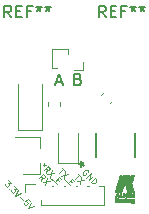
<source format=gbr>
G04 #@! TF.GenerationSoftware,KiCad,Pcbnew,(5.1.6)-1*
G04 #@! TF.CreationDate,2020-12-13T22:38:14+01:00*
G04 #@! TF.ProjectId,RS485,52533438-352e-46b6-9963-61645f706362,rev?*
G04 #@! TF.SameCoordinates,Original*
G04 #@! TF.FileFunction,Legend,Top*
G04 #@! TF.FilePolarity,Positive*
%FSLAX46Y46*%
G04 Gerber Fmt 4.6, Leading zero omitted, Abs format (unit mm)*
G04 Created by KiCad (PCBNEW (5.1.6)-1) date 2020-12-13 22:38:14*
%MOMM*%
%LPD*%
G01*
G04 APERTURE LIST*
%ADD10C,0.075000*%
%ADD11C,0.150000*%
%ADD12C,0.010000*%
%ADD13C,0.120000*%
%ADD14C,0.152400*%
G04 APERTURE END LIST*
D10*
X151553849Y-91066624D02*
X151469669Y-91150803D01*
X151419162Y-91032952D02*
X151469669Y-91150803D01*
X151587521Y-91201311D01*
X151351818Y-91167639D02*
X151469669Y-91150803D01*
X151452834Y-91268654D01*
X151621192Y-91841074D02*
X151671700Y-91554864D01*
X151419162Y-91639043D02*
X151772715Y-91285490D01*
X151907402Y-91420177D01*
X151924238Y-91470685D01*
X151924238Y-91504356D01*
X151907402Y-91554864D01*
X151856895Y-91605372D01*
X151806387Y-91622208D01*
X151772715Y-91622208D01*
X151722208Y-91605372D01*
X151587521Y-91470685D01*
X152092597Y-91605372D02*
X151974746Y-92194627D01*
X152328299Y-91841074D02*
X151739043Y-91958925D01*
X151991582Y-92278807D02*
X152260956Y-92548181D01*
X152564001Y-92413494D02*
X152681852Y-92531345D01*
X152547165Y-92767047D02*
X152378807Y-92598688D01*
X152732360Y-92245135D01*
X152900719Y-92413494D01*
X155207402Y-91753849D02*
X155190566Y-91703341D01*
X155140059Y-91652834D01*
X155072715Y-91619162D01*
X155005372Y-91619162D01*
X154954864Y-91635998D01*
X154870685Y-91686505D01*
X154820177Y-91737013D01*
X154769669Y-91821192D01*
X154752834Y-91871700D01*
X154752834Y-91939043D01*
X154786505Y-92006387D01*
X154820177Y-92040059D01*
X154887521Y-92073730D01*
X154921192Y-92073730D01*
X155039043Y-91955879D01*
X154971700Y-91888536D01*
X155039043Y-92258925D02*
X155392597Y-91905372D01*
X155241074Y-92460956D01*
X155594627Y-92107402D01*
X155409433Y-92629314D02*
X155762986Y-92275761D01*
X155847165Y-92359940D01*
X155880837Y-92427284D01*
X155880837Y-92494627D01*
X155864001Y-92545135D01*
X155813494Y-92629314D01*
X155762986Y-92679822D01*
X155678807Y-92730330D01*
X155628299Y-92747165D01*
X155560956Y-92747165D01*
X155493612Y-92713494D01*
X155409433Y-92629314D01*
X154324238Y-91937013D02*
X154526269Y-92139043D01*
X154071700Y-92391582D02*
X154425253Y-92038028D01*
X154610448Y-92223223D02*
X154492597Y-92812478D01*
X154846150Y-92458925D02*
X154256895Y-92576776D01*
X152929610Y-91442385D02*
X153131641Y-91644416D01*
X152677072Y-91896954D02*
X153030625Y-91543400D01*
X153215820Y-91728595D02*
X153097969Y-92317851D01*
X153451522Y-91964297D02*
X152862267Y-92082148D01*
X153114805Y-92402030D02*
X153384179Y-92671404D01*
X153687225Y-92536717D02*
X153805076Y-92654568D01*
X153670389Y-92890270D02*
X153502030Y-92721912D01*
X153855583Y-92368358D01*
X154023942Y-92536717D01*
X151206133Y-92526015D02*
X151256641Y-92239805D01*
X151004103Y-92323984D02*
X151357656Y-91970431D01*
X151492343Y-92105118D01*
X151509179Y-92155625D01*
X151509179Y-92189297D01*
X151492343Y-92239805D01*
X151441835Y-92290312D01*
X151391328Y-92307148D01*
X151357656Y-92307148D01*
X151307148Y-92290312D01*
X151172461Y-92155625D01*
X151677538Y-92290312D02*
X151559687Y-92879568D01*
X151913240Y-92526015D02*
X151323984Y-92643866D01*
X148432952Y-92495727D02*
X148651818Y-92714593D01*
X148399280Y-92731429D01*
X148449788Y-92781937D01*
X148466624Y-92832444D01*
X148466624Y-92866116D01*
X148449788Y-92916624D01*
X148365608Y-93000803D01*
X148315101Y-93017639D01*
X148281429Y-93017639D01*
X148230921Y-93000803D01*
X148129906Y-92899788D01*
X148113070Y-92849280D01*
X148113070Y-92815608D01*
X148483460Y-93185998D02*
X148483460Y-93219669D01*
X148449788Y-93219669D01*
X148449788Y-93185998D01*
X148483460Y-93185998D01*
X148449788Y-93219669D01*
X148938028Y-93000803D02*
X149156895Y-93219669D01*
X148904356Y-93236505D01*
X148954864Y-93287013D01*
X148971700Y-93337521D01*
X148971700Y-93371192D01*
X148954864Y-93421700D01*
X148870685Y-93505879D01*
X148820177Y-93522715D01*
X148786505Y-93522715D01*
X148735998Y-93505879D01*
X148634982Y-93404864D01*
X148618147Y-93354356D01*
X148618147Y-93320685D01*
X149257910Y-93320685D02*
X149022208Y-93792089D01*
X149493612Y-93556387D01*
X149392597Y-93893104D02*
X149661971Y-94162478D01*
X150217555Y-94280330D02*
X150049196Y-94111971D01*
X149864001Y-94263494D01*
X149897673Y-94263494D01*
X149948181Y-94280330D01*
X150032360Y-94364509D01*
X150049196Y-94415017D01*
X150049196Y-94448688D01*
X150032360Y-94499196D01*
X149948181Y-94583375D01*
X149897673Y-94600211D01*
X149864001Y-94600211D01*
X149813494Y-94583375D01*
X149729314Y-94499196D01*
X149712478Y-94448688D01*
X149712478Y-94415017D01*
X150335406Y-94398181D02*
X150099704Y-94869585D01*
X150571108Y-94633883D01*
D11*
X154321428Y-83928571D02*
X154464285Y-83976190D01*
X154511904Y-84023809D01*
X154559523Y-84119047D01*
X154559523Y-84261904D01*
X154511904Y-84357142D01*
X154464285Y-84404761D01*
X154369047Y-84452380D01*
X153988095Y-84452380D01*
X153988095Y-83452380D01*
X154321428Y-83452380D01*
X154416666Y-83500000D01*
X154464285Y-83547619D01*
X154511904Y-83642857D01*
X154511904Y-83738095D01*
X154464285Y-83833333D01*
X154416666Y-83880952D01*
X154321428Y-83928571D01*
X153988095Y-83928571D01*
X152511904Y-84166666D02*
X152988095Y-84166666D01*
X152416666Y-84452380D02*
X152750000Y-83452380D01*
X153083333Y-84452380D01*
D12*
G36*
X158882760Y-92058954D02*
G01*
X158901502Y-92059009D01*
X158901510Y-92059009D01*
X158996125Y-92059375D01*
X159003471Y-92062340D01*
X159010199Y-92065970D01*
X159017067Y-92071222D01*
X159023269Y-92077374D01*
X159028001Y-92083704D01*
X159028734Y-92084991D01*
X159032610Y-92094488D01*
X159034517Y-92104445D01*
X159034522Y-92111912D01*
X159034121Y-92113655D01*
X159033046Y-92117689D01*
X159031341Y-92123870D01*
X159029047Y-92132051D01*
X159026207Y-92142088D01*
X159022864Y-92153834D01*
X159019058Y-92167145D01*
X159014834Y-92181875D01*
X159010233Y-92197879D01*
X159005297Y-92215010D01*
X159000068Y-92233125D01*
X158994590Y-92252076D01*
X158988904Y-92271720D01*
X158983053Y-92291909D01*
X158977078Y-92312499D01*
X158971023Y-92333345D01*
X158964929Y-92354301D01*
X158958839Y-92375221D01*
X158952796Y-92395960D01*
X158946840Y-92416373D01*
X158941016Y-92436313D01*
X158935365Y-92455637D01*
X158929929Y-92474198D01*
X158924750Y-92491850D01*
X158919872Y-92508449D01*
X158915336Y-92523848D01*
X158911185Y-92537903D01*
X158907460Y-92550468D01*
X158904205Y-92561397D01*
X158901461Y-92570545D01*
X158899271Y-92577767D01*
X158897677Y-92582917D01*
X158896722Y-92585850D01*
X158896504Y-92586425D01*
X158895567Y-92588077D01*
X158895245Y-92588123D01*
X158894884Y-92586838D01*
X158893841Y-92583234D01*
X158892151Y-92577430D01*
X158889849Y-92569544D01*
X158886969Y-92559694D01*
X158883546Y-92547998D01*
X158879614Y-92534575D01*
X158875209Y-92519543D01*
X158870364Y-92503020D01*
X158865116Y-92485124D01*
X158859497Y-92465974D01*
X158853543Y-92445687D01*
X158847289Y-92424383D01*
X158840769Y-92402179D01*
X158834019Y-92379194D01*
X158827071Y-92355546D01*
X158826374Y-92353173D01*
X158818124Y-92325091D01*
X158810561Y-92299341D01*
X158803655Y-92275814D01*
X158797376Y-92254406D01*
X158791695Y-92235009D01*
X158786582Y-92217517D01*
X158782006Y-92201825D01*
X158777938Y-92187826D01*
X158774348Y-92175413D01*
X158771207Y-92164481D01*
X158768484Y-92154923D01*
X158766149Y-92146633D01*
X158764173Y-92139505D01*
X158762526Y-92133432D01*
X158761177Y-92128309D01*
X158760098Y-92124028D01*
X158759258Y-92120484D01*
X158758628Y-92117570D01*
X158758177Y-92115181D01*
X158757876Y-92113209D01*
X158757694Y-92111549D01*
X158757603Y-92110095D01*
X158757572Y-92108739D01*
X158757570Y-92108270D01*
X158758254Y-92098324D01*
X158760519Y-92089863D01*
X158764626Y-92082199D01*
X158770068Y-92075466D01*
X158778569Y-92067976D01*
X158788075Y-92062808D01*
X158798660Y-92059923D01*
X158798765Y-92059907D01*
X158801687Y-92059663D01*
X158807024Y-92059453D01*
X158814651Y-92059277D01*
X158824442Y-92059137D01*
X158836274Y-92059033D01*
X158850021Y-92058968D01*
X158865558Y-92058941D01*
X158882760Y-92058954D01*
G37*
X158882760Y-92058954D02*
X158901502Y-92059009D01*
X158901510Y-92059009D01*
X158996125Y-92059375D01*
X159003471Y-92062340D01*
X159010199Y-92065970D01*
X159017067Y-92071222D01*
X159023269Y-92077374D01*
X159028001Y-92083704D01*
X159028734Y-92084991D01*
X159032610Y-92094488D01*
X159034517Y-92104445D01*
X159034522Y-92111912D01*
X159034121Y-92113655D01*
X159033046Y-92117689D01*
X159031341Y-92123870D01*
X159029047Y-92132051D01*
X159026207Y-92142088D01*
X159022864Y-92153834D01*
X159019058Y-92167145D01*
X159014834Y-92181875D01*
X159010233Y-92197879D01*
X159005297Y-92215010D01*
X159000068Y-92233125D01*
X158994590Y-92252076D01*
X158988904Y-92271720D01*
X158983053Y-92291909D01*
X158977078Y-92312499D01*
X158971023Y-92333345D01*
X158964929Y-92354301D01*
X158958839Y-92375221D01*
X158952796Y-92395960D01*
X158946840Y-92416373D01*
X158941016Y-92436313D01*
X158935365Y-92455637D01*
X158929929Y-92474198D01*
X158924750Y-92491850D01*
X158919872Y-92508449D01*
X158915336Y-92523848D01*
X158911185Y-92537903D01*
X158907460Y-92550468D01*
X158904205Y-92561397D01*
X158901461Y-92570545D01*
X158899271Y-92577767D01*
X158897677Y-92582917D01*
X158896722Y-92585850D01*
X158896504Y-92586425D01*
X158895567Y-92588077D01*
X158895245Y-92588123D01*
X158894884Y-92586838D01*
X158893841Y-92583234D01*
X158892151Y-92577430D01*
X158889849Y-92569544D01*
X158886969Y-92559694D01*
X158883546Y-92547998D01*
X158879614Y-92534575D01*
X158875209Y-92519543D01*
X158870364Y-92503020D01*
X158865116Y-92485124D01*
X158859497Y-92465974D01*
X158853543Y-92445687D01*
X158847289Y-92424383D01*
X158840769Y-92402179D01*
X158834019Y-92379194D01*
X158827071Y-92355546D01*
X158826374Y-92353173D01*
X158818124Y-92325091D01*
X158810561Y-92299341D01*
X158803655Y-92275814D01*
X158797376Y-92254406D01*
X158791695Y-92235009D01*
X158786582Y-92217517D01*
X158782006Y-92201825D01*
X158777938Y-92187826D01*
X158774348Y-92175413D01*
X158771207Y-92164481D01*
X158768484Y-92154923D01*
X158766149Y-92146633D01*
X158764173Y-92139505D01*
X158762526Y-92133432D01*
X158761177Y-92128309D01*
X158760098Y-92124028D01*
X158759258Y-92120484D01*
X158758628Y-92117570D01*
X158758177Y-92115181D01*
X158757876Y-92113209D01*
X158757694Y-92111549D01*
X158757603Y-92110095D01*
X158757572Y-92108739D01*
X158757570Y-92108270D01*
X158758254Y-92098324D01*
X158760519Y-92089863D01*
X158764626Y-92082199D01*
X158770068Y-92075466D01*
X158778569Y-92067976D01*
X158788075Y-92062808D01*
X158798660Y-92059923D01*
X158798765Y-92059907D01*
X158801687Y-92059663D01*
X158807024Y-92059453D01*
X158814651Y-92059277D01*
X158824442Y-92059137D01*
X158836274Y-92059033D01*
X158850021Y-92058968D01*
X158865558Y-92058941D01*
X158882760Y-92058954D01*
G36*
X158621101Y-92063541D02*
G01*
X158629370Y-92068777D01*
X158636680Y-92075643D01*
X158642338Y-92083454D01*
X158643548Y-92085752D01*
X158644060Y-92087286D01*
X158645264Y-92091188D01*
X158647141Y-92097386D01*
X158649669Y-92105809D01*
X158652827Y-92116386D01*
X158656595Y-92129047D01*
X158660951Y-92143721D01*
X158665876Y-92160337D01*
X158671347Y-92178824D01*
X158677344Y-92199112D01*
X158683847Y-92221129D01*
X158690834Y-92244805D01*
X158698284Y-92270070D01*
X158706177Y-92296852D01*
X158714492Y-92325080D01*
X158723207Y-92354684D01*
X158732303Y-92385593D01*
X158741758Y-92417736D01*
X158751551Y-92451042D01*
X158761662Y-92485441D01*
X158772069Y-92520862D01*
X158782752Y-92557233D01*
X158793689Y-92594485D01*
X158804861Y-92632546D01*
X158816246Y-92671346D01*
X158827823Y-92710814D01*
X158839571Y-92750878D01*
X158840133Y-92752795D01*
X158854220Y-92800841D01*
X158867609Y-92846512D01*
X158880318Y-92889868D01*
X158892365Y-92930970D01*
X158903768Y-92969880D01*
X158914544Y-93006658D01*
X158924711Y-93041366D01*
X158934286Y-93074065D01*
X158943288Y-93104816D01*
X158951733Y-93133681D01*
X158959641Y-93160719D01*
X158967027Y-93185994D01*
X158973910Y-93209565D01*
X158980308Y-93231494D01*
X158986238Y-93251842D01*
X158991718Y-93270671D01*
X158996766Y-93288041D01*
X159001399Y-93304014D01*
X159005635Y-93318651D01*
X159009491Y-93332012D01*
X159012986Y-93344160D01*
X159016136Y-93355155D01*
X159018960Y-93365059D01*
X159021476Y-93373932D01*
X159023700Y-93381836D01*
X159025651Y-93388833D01*
X159027346Y-93394982D01*
X159028803Y-93400346D01*
X159030040Y-93404985D01*
X159031074Y-93408961D01*
X159031923Y-93412335D01*
X159032604Y-93415168D01*
X159033136Y-93417521D01*
X159033536Y-93419456D01*
X159033821Y-93421033D01*
X159034010Y-93422314D01*
X159034119Y-93423360D01*
X159034167Y-93424232D01*
X159034174Y-93424625D01*
X159033399Y-93434834D01*
X159030823Y-93443755D01*
X159026221Y-93452091D01*
X159024749Y-93454138D01*
X159019744Y-93459561D01*
X159013385Y-93464654D01*
X159006490Y-93468867D01*
X158999877Y-93471649D01*
X158998030Y-93472131D01*
X158996186Y-93472322D01*
X158992481Y-93472498D01*
X158986866Y-93472657D01*
X158979291Y-93472801D01*
X158969707Y-93472930D01*
X158958063Y-93473044D01*
X158944312Y-93473144D01*
X158928402Y-93473229D01*
X158910283Y-93473300D01*
X158889908Y-93473357D01*
X158867225Y-93473400D01*
X158842186Y-93473431D01*
X158814740Y-93473448D01*
X158784838Y-93473452D01*
X158762699Y-93473448D01*
X158734394Y-93473439D01*
X158708516Y-93473428D01*
X158684952Y-93473415D01*
X158663590Y-93473398D01*
X158644316Y-93473377D01*
X158627017Y-93473349D01*
X158611581Y-93473314D01*
X158597895Y-93473271D01*
X158585845Y-93473218D01*
X158575319Y-93473154D01*
X158566205Y-93473078D01*
X158558388Y-93472989D01*
X158551757Y-93472886D01*
X158546198Y-93472767D01*
X158541599Y-93472631D01*
X158537845Y-93472476D01*
X158534826Y-93472303D01*
X158532427Y-93472109D01*
X158530537Y-93471894D01*
X158529041Y-93471656D01*
X158527827Y-93471393D01*
X158526782Y-93471106D01*
X158526225Y-93470932D01*
X158516746Y-93466600D01*
X158508350Y-93460208D01*
X158501431Y-93452140D01*
X158496387Y-93442781D01*
X158495887Y-93441484D01*
X158495411Y-93439945D01*
X158494242Y-93436040D01*
X158492399Y-93429839D01*
X158489905Y-93421414D01*
X158486779Y-93410835D01*
X158483043Y-93398173D01*
X158478717Y-93383500D01*
X158473823Y-93366885D01*
X158468380Y-93348401D01*
X158462411Y-93328117D01*
X158455936Y-93306106D01*
X158448976Y-93282437D01*
X158441551Y-93257182D01*
X158433682Y-93230412D01*
X158425391Y-93202197D01*
X158416698Y-93172609D01*
X158407624Y-93141718D01*
X158398189Y-93109596D01*
X158388416Y-93076313D01*
X158378324Y-93041941D01*
X158367934Y-93006549D01*
X158357267Y-92970210D01*
X158346345Y-92932994D01*
X158335187Y-92894972D01*
X158323816Y-92856215D01*
X158312250Y-92816794D01*
X158300555Y-92776925D01*
X158286506Y-92729026D01*
X158273154Y-92683503D01*
X158260482Y-92640295D01*
X158248471Y-92599339D01*
X158237105Y-92560575D01*
X158226365Y-92523940D01*
X158216234Y-92489374D01*
X158206693Y-92456814D01*
X158197726Y-92426200D01*
X158189314Y-92397469D01*
X158181440Y-92370561D01*
X158174085Y-92345413D01*
X158167233Y-92321965D01*
X158160865Y-92300155D01*
X158154964Y-92279921D01*
X158149512Y-92261202D01*
X158144491Y-92243936D01*
X158139883Y-92228062D01*
X158135671Y-92213518D01*
X158131836Y-92200244D01*
X158128362Y-92188176D01*
X158125231Y-92177255D01*
X158122423Y-92167417D01*
X158119923Y-92158603D01*
X158117712Y-92150750D01*
X158115773Y-92143797D01*
X158114087Y-92137682D01*
X158112636Y-92132344D01*
X158111405Y-92127722D01*
X158110373Y-92123753D01*
X158109524Y-92120377D01*
X158108840Y-92117532D01*
X158108303Y-92115156D01*
X158107896Y-92113188D01*
X158107600Y-92111567D01*
X158107398Y-92110230D01*
X158107272Y-92109117D01*
X158107205Y-92108166D01*
X158107178Y-92107315D01*
X158107175Y-92106929D01*
X158107246Y-92101300D01*
X158107681Y-92097150D01*
X158108722Y-92093420D01*
X158110615Y-92089051D01*
X158111918Y-92086374D01*
X158117536Y-92077184D01*
X158124528Y-92069880D01*
X158133349Y-92064008D01*
X158135546Y-92062880D01*
X158142685Y-92059375D01*
X158612638Y-92059375D01*
X158621101Y-92063541D01*
G37*
X158621101Y-92063541D02*
X158629370Y-92068777D01*
X158636680Y-92075643D01*
X158642338Y-92083454D01*
X158643548Y-92085752D01*
X158644060Y-92087286D01*
X158645264Y-92091188D01*
X158647141Y-92097386D01*
X158649669Y-92105809D01*
X158652827Y-92116386D01*
X158656595Y-92129047D01*
X158660951Y-92143721D01*
X158665876Y-92160337D01*
X158671347Y-92178824D01*
X158677344Y-92199112D01*
X158683847Y-92221129D01*
X158690834Y-92244805D01*
X158698284Y-92270070D01*
X158706177Y-92296852D01*
X158714492Y-92325080D01*
X158723207Y-92354684D01*
X158732303Y-92385593D01*
X158741758Y-92417736D01*
X158751551Y-92451042D01*
X158761662Y-92485441D01*
X158772069Y-92520862D01*
X158782752Y-92557233D01*
X158793689Y-92594485D01*
X158804861Y-92632546D01*
X158816246Y-92671346D01*
X158827823Y-92710814D01*
X158839571Y-92750878D01*
X158840133Y-92752795D01*
X158854220Y-92800841D01*
X158867609Y-92846512D01*
X158880318Y-92889868D01*
X158892365Y-92930970D01*
X158903768Y-92969880D01*
X158914544Y-93006658D01*
X158924711Y-93041366D01*
X158934286Y-93074065D01*
X158943288Y-93104816D01*
X158951733Y-93133681D01*
X158959641Y-93160719D01*
X158967027Y-93185994D01*
X158973910Y-93209565D01*
X158980308Y-93231494D01*
X158986238Y-93251842D01*
X158991718Y-93270671D01*
X158996766Y-93288041D01*
X159001399Y-93304014D01*
X159005635Y-93318651D01*
X159009491Y-93332012D01*
X159012986Y-93344160D01*
X159016136Y-93355155D01*
X159018960Y-93365059D01*
X159021476Y-93373932D01*
X159023700Y-93381836D01*
X159025651Y-93388833D01*
X159027346Y-93394982D01*
X159028803Y-93400346D01*
X159030040Y-93404985D01*
X159031074Y-93408961D01*
X159031923Y-93412335D01*
X159032604Y-93415168D01*
X159033136Y-93417521D01*
X159033536Y-93419456D01*
X159033821Y-93421033D01*
X159034010Y-93422314D01*
X159034119Y-93423360D01*
X159034167Y-93424232D01*
X159034174Y-93424625D01*
X159033399Y-93434834D01*
X159030823Y-93443755D01*
X159026221Y-93452091D01*
X159024749Y-93454138D01*
X159019744Y-93459561D01*
X159013385Y-93464654D01*
X159006490Y-93468867D01*
X158999877Y-93471649D01*
X158998030Y-93472131D01*
X158996186Y-93472322D01*
X158992481Y-93472498D01*
X158986866Y-93472657D01*
X158979291Y-93472801D01*
X158969707Y-93472930D01*
X158958063Y-93473044D01*
X158944312Y-93473144D01*
X158928402Y-93473229D01*
X158910283Y-93473300D01*
X158889908Y-93473357D01*
X158867225Y-93473400D01*
X158842186Y-93473431D01*
X158814740Y-93473448D01*
X158784838Y-93473452D01*
X158762699Y-93473448D01*
X158734394Y-93473439D01*
X158708516Y-93473428D01*
X158684952Y-93473415D01*
X158663590Y-93473398D01*
X158644316Y-93473377D01*
X158627017Y-93473349D01*
X158611581Y-93473314D01*
X158597895Y-93473271D01*
X158585845Y-93473218D01*
X158575319Y-93473154D01*
X158566205Y-93473078D01*
X158558388Y-93472989D01*
X158551757Y-93472886D01*
X158546198Y-93472767D01*
X158541599Y-93472631D01*
X158537845Y-93472476D01*
X158534826Y-93472303D01*
X158532427Y-93472109D01*
X158530537Y-93471894D01*
X158529041Y-93471656D01*
X158527827Y-93471393D01*
X158526782Y-93471106D01*
X158526225Y-93470932D01*
X158516746Y-93466600D01*
X158508350Y-93460208D01*
X158501431Y-93452140D01*
X158496387Y-93442781D01*
X158495887Y-93441484D01*
X158495411Y-93439945D01*
X158494242Y-93436040D01*
X158492399Y-93429839D01*
X158489905Y-93421414D01*
X158486779Y-93410835D01*
X158483043Y-93398173D01*
X158478717Y-93383500D01*
X158473823Y-93366885D01*
X158468380Y-93348401D01*
X158462411Y-93328117D01*
X158455936Y-93306106D01*
X158448976Y-93282437D01*
X158441551Y-93257182D01*
X158433682Y-93230412D01*
X158425391Y-93202197D01*
X158416698Y-93172609D01*
X158407624Y-93141718D01*
X158398189Y-93109596D01*
X158388416Y-93076313D01*
X158378324Y-93041941D01*
X158367934Y-93006549D01*
X158357267Y-92970210D01*
X158346345Y-92932994D01*
X158335187Y-92894972D01*
X158323816Y-92856215D01*
X158312250Y-92816794D01*
X158300555Y-92776925D01*
X158286506Y-92729026D01*
X158273154Y-92683503D01*
X158260482Y-92640295D01*
X158248471Y-92599339D01*
X158237105Y-92560575D01*
X158226365Y-92523940D01*
X158216234Y-92489374D01*
X158206693Y-92456814D01*
X158197726Y-92426200D01*
X158189314Y-92397469D01*
X158181440Y-92370561D01*
X158174085Y-92345413D01*
X158167233Y-92321965D01*
X158160865Y-92300155D01*
X158154964Y-92279921D01*
X158149512Y-92261202D01*
X158144491Y-92243936D01*
X158139883Y-92228062D01*
X158135671Y-92213518D01*
X158131836Y-92200244D01*
X158128362Y-92188176D01*
X158125231Y-92177255D01*
X158122423Y-92167417D01*
X158119923Y-92158603D01*
X158117712Y-92150750D01*
X158115773Y-92143797D01*
X158114087Y-92137682D01*
X158112636Y-92132344D01*
X158111405Y-92127722D01*
X158110373Y-92123753D01*
X158109524Y-92120377D01*
X158108840Y-92117532D01*
X158108303Y-92115156D01*
X158107896Y-92113188D01*
X158107600Y-92111567D01*
X158107398Y-92110230D01*
X158107272Y-92109117D01*
X158107205Y-92108166D01*
X158107178Y-92107315D01*
X158107175Y-92106929D01*
X158107246Y-92101300D01*
X158107681Y-92097150D01*
X158108722Y-92093420D01*
X158110615Y-92089051D01*
X158111918Y-92086374D01*
X158117536Y-92077184D01*
X158124528Y-92069880D01*
X158133349Y-92064008D01*
X158135546Y-92062880D01*
X158142685Y-92059375D01*
X158612638Y-92059375D01*
X158621101Y-92063541D01*
G36*
X157970844Y-92063533D02*
G01*
X157978752Y-92068472D01*
X157985795Y-92074860D01*
X157991386Y-92082085D01*
X157994511Y-92088292D01*
X157995077Y-92090066D01*
X157996328Y-92094177D01*
X157998233Y-92100525D01*
X158000764Y-92109007D01*
X158003889Y-92119523D01*
X158007580Y-92131973D01*
X158011807Y-92146255D01*
X158016539Y-92162269D01*
X158021748Y-92179914D01*
X158027404Y-92199089D01*
X158033476Y-92219693D01*
X158039935Y-92241625D01*
X158046751Y-92264785D01*
X158053895Y-92289072D01*
X158061337Y-92314385D01*
X158069047Y-92340622D01*
X158076995Y-92367684D01*
X158085152Y-92395469D01*
X158093488Y-92423877D01*
X158095684Y-92431364D01*
X158194357Y-92767754D01*
X158095741Y-93104444D01*
X158087373Y-93133000D01*
X158079174Y-93160954D01*
X158071174Y-93188205D01*
X158063403Y-93214652D01*
X158055891Y-93240194D01*
X158048666Y-93264733D01*
X158041759Y-93288166D01*
X158035200Y-93310394D01*
X158029019Y-93331317D01*
X158023244Y-93350833D01*
X158017906Y-93368842D01*
X158013034Y-93385245D01*
X158008659Y-93399939D01*
X158004810Y-93412826D01*
X158001516Y-93423804D01*
X157998808Y-93432774D01*
X157996715Y-93439634D01*
X157995266Y-93444285D01*
X157994492Y-93446625D01*
X157994402Y-93446850D01*
X157990493Y-93453018D01*
X157984874Y-93459240D01*
X157978265Y-93464824D01*
X157971384Y-93469079D01*
X157971235Y-93469153D01*
X157963615Y-93472885D01*
X157729935Y-93473083D01*
X157704185Y-93473099D01*
X157679356Y-93473102D01*
X157655560Y-93473092D01*
X157632910Y-93473071D01*
X157611519Y-93473039D01*
X157591501Y-93472995D01*
X157572969Y-93472942D01*
X157556036Y-93472878D01*
X157540814Y-93472804D01*
X157527418Y-93472721D01*
X157515960Y-93472630D01*
X157506553Y-93472530D01*
X157499311Y-93472423D01*
X157494346Y-93472308D01*
X157491772Y-93472186D01*
X157491472Y-93472146D01*
X157483382Y-93469112D01*
X157475407Y-93464132D01*
X157468203Y-93457742D01*
X157462426Y-93450478D01*
X157460200Y-93446530D01*
X157456966Y-93437558D01*
X157455385Y-93427956D01*
X157455601Y-93418724D01*
X157455916Y-93416782D01*
X157456410Y-93414850D01*
X157457593Y-93410579D01*
X157459440Y-93404055D01*
X157461926Y-93395365D01*
X157465025Y-93384593D01*
X157468713Y-93371825D01*
X157472964Y-93357147D01*
X157477753Y-93340646D01*
X157483055Y-93322406D01*
X157488845Y-93302514D01*
X157495097Y-93281056D01*
X157501787Y-93258117D01*
X157508888Y-93233782D01*
X157516377Y-93208139D01*
X157524227Y-93181272D01*
X157532414Y-93153267D01*
X157540913Y-93124211D01*
X157549697Y-93094189D01*
X157558743Y-93063286D01*
X157568024Y-93031589D01*
X157577516Y-92999184D01*
X157587194Y-92966155D01*
X157597032Y-92932590D01*
X157607005Y-92898573D01*
X157617087Y-92864191D01*
X157627255Y-92829530D01*
X157637482Y-92794674D01*
X157647743Y-92759711D01*
X157658014Y-92724725D01*
X157668268Y-92689803D01*
X157678482Y-92655030D01*
X157688628Y-92620492D01*
X157698684Y-92586275D01*
X157708622Y-92552466D01*
X157718419Y-92519148D01*
X157728048Y-92486409D01*
X157737485Y-92454334D01*
X157746705Y-92423009D01*
X157755682Y-92392520D01*
X157764391Y-92362952D01*
X157772807Y-92334392D01*
X157780905Y-92306924D01*
X157788659Y-92280636D01*
X157796045Y-92255612D01*
X157803036Y-92231939D01*
X157809609Y-92209702D01*
X157815738Y-92188988D01*
X157821397Y-92169881D01*
X157826562Y-92152468D01*
X157831207Y-92136834D01*
X157835307Y-92123066D01*
X157838837Y-92111249D01*
X157841771Y-92101469D01*
X157844085Y-92093811D01*
X157845754Y-92088362D01*
X157846751Y-92085207D01*
X157847033Y-92084418D01*
X157851860Y-92077128D01*
X157858501Y-92070352D01*
X157866233Y-92064773D01*
X157869993Y-92062778D01*
X157877255Y-92059375D01*
X157962398Y-92059375D01*
X157970844Y-92063533D01*
G37*
X157970844Y-92063533D02*
X157978752Y-92068472D01*
X157985795Y-92074860D01*
X157991386Y-92082085D01*
X157994511Y-92088292D01*
X157995077Y-92090066D01*
X157996328Y-92094177D01*
X157998233Y-92100525D01*
X158000764Y-92109007D01*
X158003889Y-92119523D01*
X158007580Y-92131973D01*
X158011807Y-92146255D01*
X158016539Y-92162269D01*
X158021748Y-92179914D01*
X158027404Y-92199089D01*
X158033476Y-92219693D01*
X158039935Y-92241625D01*
X158046751Y-92264785D01*
X158053895Y-92289072D01*
X158061337Y-92314385D01*
X158069047Y-92340622D01*
X158076995Y-92367684D01*
X158085152Y-92395469D01*
X158093488Y-92423877D01*
X158095684Y-92431364D01*
X158194357Y-92767754D01*
X158095741Y-93104444D01*
X158087373Y-93133000D01*
X158079174Y-93160954D01*
X158071174Y-93188205D01*
X158063403Y-93214652D01*
X158055891Y-93240194D01*
X158048666Y-93264733D01*
X158041759Y-93288166D01*
X158035200Y-93310394D01*
X158029019Y-93331317D01*
X158023244Y-93350833D01*
X158017906Y-93368842D01*
X158013034Y-93385245D01*
X158008659Y-93399939D01*
X158004810Y-93412826D01*
X158001516Y-93423804D01*
X157998808Y-93432774D01*
X157996715Y-93439634D01*
X157995266Y-93444285D01*
X157994492Y-93446625D01*
X157994402Y-93446850D01*
X157990493Y-93453018D01*
X157984874Y-93459240D01*
X157978265Y-93464824D01*
X157971384Y-93469079D01*
X157971235Y-93469153D01*
X157963615Y-93472885D01*
X157729935Y-93473083D01*
X157704185Y-93473099D01*
X157679356Y-93473102D01*
X157655560Y-93473092D01*
X157632910Y-93473071D01*
X157611519Y-93473039D01*
X157591501Y-93472995D01*
X157572969Y-93472942D01*
X157556036Y-93472878D01*
X157540814Y-93472804D01*
X157527418Y-93472721D01*
X157515960Y-93472630D01*
X157506553Y-93472530D01*
X157499311Y-93472423D01*
X157494346Y-93472308D01*
X157491772Y-93472186D01*
X157491472Y-93472146D01*
X157483382Y-93469112D01*
X157475407Y-93464132D01*
X157468203Y-93457742D01*
X157462426Y-93450478D01*
X157460200Y-93446530D01*
X157456966Y-93437558D01*
X157455385Y-93427956D01*
X157455601Y-93418724D01*
X157455916Y-93416782D01*
X157456410Y-93414850D01*
X157457593Y-93410579D01*
X157459440Y-93404055D01*
X157461926Y-93395365D01*
X157465025Y-93384593D01*
X157468713Y-93371825D01*
X157472964Y-93357147D01*
X157477753Y-93340646D01*
X157483055Y-93322406D01*
X157488845Y-93302514D01*
X157495097Y-93281056D01*
X157501787Y-93258117D01*
X157508888Y-93233782D01*
X157516377Y-93208139D01*
X157524227Y-93181272D01*
X157532414Y-93153267D01*
X157540913Y-93124211D01*
X157549697Y-93094189D01*
X157558743Y-93063286D01*
X157568024Y-93031589D01*
X157577516Y-92999184D01*
X157587194Y-92966155D01*
X157597032Y-92932590D01*
X157607005Y-92898573D01*
X157617087Y-92864191D01*
X157627255Y-92829530D01*
X157637482Y-92794674D01*
X157647743Y-92759711D01*
X157658014Y-92724725D01*
X157668268Y-92689803D01*
X157678482Y-92655030D01*
X157688628Y-92620492D01*
X157698684Y-92586275D01*
X157708622Y-92552466D01*
X157718419Y-92519148D01*
X157728048Y-92486409D01*
X157737485Y-92454334D01*
X157746705Y-92423009D01*
X157755682Y-92392520D01*
X157764391Y-92362952D01*
X157772807Y-92334392D01*
X157780905Y-92306924D01*
X157788659Y-92280636D01*
X157796045Y-92255612D01*
X157803036Y-92231939D01*
X157809609Y-92209702D01*
X157815738Y-92188988D01*
X157821397Y-92169881D01*
X157826562Y-92152468D01*
X157831207Y-92136834D01*
X157835307Y-92123066D01*
X157838837Y-92111249D01*
X157841771Y-92101469D01*
X157844085Y-92093811D01*
X157845754Y-92088362D01*
X157846751Y-92085207D01*
X157847033Y-92084418D01*
X157851860Y-92077128D01*
X157858501Y-92070352D01*
X157866233Y-92064773D01*
X157869993Y-92062778D01*
X157877255Y-92059375D01*
X157962398Y-92059375D01*
X157970844Y-92063533D01*
G36*
X159013595Y-93570091D02*
G01*
X159023413Y-93570248D01*
X159030847Y-93570512D01*
X159035973Y-93570888D01*
X159038869Y-93571377D01*
X159039256Y-93571519D01*
X159042293Y-93574218D01*
X159043819Y-93577551D01*
X159044034Y-93579525D01*
X159044224Y-93583879D01*
X159044389Y-93590627D01*
X159044528Y-93599786D01*
X159044641Y-93611369D01*
X159044730Y-93625392D01*
X159044793Y-93641869D01*
X159044832Y-93660817D01*
X159044845Y-93682249D01*
X159044834Y-93706181D01*
X159044798Y-93732628D01*
X159044760Y-93751834D01*
X159044705Y-93776032D01*
X159044654Y-93797819D01*
X159044602Y-93817324D01*
X159044549Y-93834675D01*
X159044491Y-93850001D01*
X159044428Y-93863431D01*
X159044357Y-93875094D01*
X159044276Y-93885118D01*
X159044183Y-93893632D01*
X159044075Y-93900765D01*
X159043951Y-93906645D01*
X159043808Y-93911402D01*
X159043645Y-93915164D01*
X159043460Y-93918060D01*
X159043249Y-93920219D01*
X159043012Y-93921770D01*
X159042746Y-93922840D01*
X159042449Y-93923560D01*
X159042119Y-93924057D01*
X159041965Y-93924236D01*
X159041150Y-93925038D01*
X159040128Y-93925661D01*
X159038593Y-93926128D01*
X159036242Y-93926461D01*
X159032768Y-93926683D01*
X159027868Y-93926816D01*
X159021235Y-93926884D01*
X159012566Y-93926907D01*
X159005695Y-93926910D01*
X158994642Y-93926876D01*
X158985915Y-93926768D01*
X158979298Y-93926576D01*
X158974579Y-93926291D01*
X158971543Y-93925904D01*
X158969977Y-93925405D01*
X158969858Y-93925322D01*
X158968791Y-93924106D01*
X158966274Y-93921037D01*
X158962421Y-93916263D01*
X158957350Y-93909929D01*
X158951176Y-93902182D01*
X158944016Y-93893168D01*
X158935985Y-93883034D01*
X158927201Y-93871925D01*
X158917780Y-93859988D01*
X158907838Y-93847370D01*
X158898974Y-93836105D01*
X158888623Y-93822948D01*
X158878656Y-93810298D01*
X158869192Y-93798305D01*
X158860353Y-93787121D01*
X158852259Y-93776899D01*
X158845031Y-93767790D01*
X158838789Y-93759947D01*
X158833654Y-93753521D01*
X158829746Y-93748665D01*
X158827186Y-93745529D01*
X158826175Y-93744347D01*
X158822217Y-93741167D01*
X158818442Y-93740423D01*
X158814481Y-93742069D01*
X158813441Y-93742832D01*
X158810120Y-93745444D01*
X158809777Y-93833504D01*
X158809708Y-93850609D01*
X158809641Y-93865355D01*
X158809569Y-93877924D01*
X158809488Y-93888497D01*
X158809391Y-93897255D01*
X158809274Y-93904380D01*
X158809130Y-93910052D01*
X158808955Y-93914454D01*
X158808742Y-93917766D01*
X158808487Y-93920171D01*
X158808183Y-93921848D01*
X158807826Y-93922980D01*
X158807409Y-93923748D01*
X158807015Y-93924237D01*
X158806244Y-93925000D01*
X158805278Y-93925603D01*
X158803832Y-93926063D01*
X158801618Y-93926400D01*
X158798350Y-93926634D01*
X158793740Y-93926782D01*
X158787503Y-93926865D01*
X158779350Y-93926901D01*
X158768995Y-93926909D01*
X158766890Y-93926910D01*
X158756059Y-93926900D01*
X158747485Y-93926860D01*
X158740885Y-93926774D01*
X158735975Y-93926624D01*
X158732473Y-93926395D01*
X158730095Y-93926069D01*
X158728558Y-93925631D01*
X158727580Y-93925063D01*
X158727081Y-93924587D01*
X158726784Y-93924117D01*
X158726515Y-93923313D01*
X158726275Y-93922051D01*
X158726060Y-93920204D01*
X158725871Y-93917647D01*
X158725705Y-93914253D01*
X158725560Y-93909898D01*
X158725436Y-93904455D01*
X158725331Y-93897798D01*
X158725243Y-93889802D01*
X158725170Y-93880341D01*
X158725112Y-93869290D01*
X158725067Y-93856521D01*
X158725033Y-93841911D01*
X158725009Y-93825332D01*
X158724993Y-93806659D01*
X158724984Y-93785767D01*
X158724980Y-93762529D01*
X158724980Y-93575304D01*
X158728326Y-93572672D01*
X158729499Y-93571845D01*
X158730870Y-93571212D01*
X158732772Y-93570747D01*
X158735537Y-93570426D01*
X158739497Y-93570222D01*
X158744987Y-93570109D01*
X158752338Y-93570063D01*
X158761883Y-93570057D01*
X158762298Y-93570057D01*
X158771018Y-93570093D01*
X158779014Y-93570185D01*
X158785895Y-93570324D01*
X158791271Y-93570500D01*
X158794751Y-93570704D01*
X158795807Y-93570847D01*
X158797157Y-93572006D01*
X158800032Y-93575156D01*
X158804410Y-93580270D01*
X158810271Y-93587324D01*
X158817594Y-93596291D01*
X158826359Y-93607147D01*
X158836544Y-93619865D01*
X158848130Y-93634421D01*
X158861094Y-93650788D01*
X158871253Y-93663657D01*
X158881849Y-93677070D01*
X158892046Y-93689926D01*
X158901729Y-93702083D01*
X158910782Y-93713397D01*
X158919089Y-93723727D01*
X158926537Y-93732930D01*
X158933009Y-93740863D01*
X158938391Y-93747386D01*
X158942566Y-93752354D01*
X158945420Y-93755627D01*
X158946838Y-93757061D01*
X158946911Y-93757105D01*
X158950711Y-93757564D01*
X158954558Y-93755957D01*
X158957723Y-93752634D01*
X158958305Y-93751611D01*
X158958633Y-93750391D01*
X158958917Y-93748022D01*
X158959160Y-93744357D01*
X158959363Y-93739248D01*
X158959529Y-93732548D01*
X158959662Y-93724109D01*
X158959763Y-93713784D01*
X158959836Y-93701426D01*
X158959883Y-93686888D01*
X158959907Y-93670021D01*
X158959911Y-93661889D01*
X158959930Y-93575304D01*
X158963276Y-93572672D01*
X158964378Y-93571890D01*
X158965665Y-93571280D01*
X158967446Y-93570821D01*
X158970030Y-93570492D01*
X158973724Y-93570271D01*
X158978839Y-93570136D01*
X158985682Y-93570067D01*
X158994563Y-93570042D01*
X159001316Y-93570040D01*
X159013595Y-93570091D01*
G37*
X159013595Y-93570091D02*
X159023413Y-93570248D01*
X159030847Y-93570512D01*
X159035973Y-93570888D01*
X159038869Y-93571377D01*
X159039256Y-93571519D01*
X159042293Y-93574218D01*
X159043819Y-93577551D01*
X159044034Y-93579525D01*
X159044224Y-93583879D01*
X159044389Y-93590627D01*
X159044528Y-93599786D01*
X159044641Y-93611369D01*
X159044730Y-93625392D01*
X159044793Y-93641869D01*
X159044832Y-93660817D01*
X159044845Y-93682249D01*
X159044834Y-93706181D01*
X159044798Y-93732628D01*
X159044760Y-93751834D01*
X159044705Y-93776032D01*
X159044654Y-93797819D01*
X159044602Y-93817324D01*
X159044549Y-93834675D01*
X159044491Y-93850001D01*
X159044428Y-93863431D01*
X159044357Y-93875094D01*
X159044276Y-93885118D01*
X159044183Y-93893632D01*
X159044075Y-93900765D01*
X159043951Y-93906645D01*
X159043808Y-93911402D01*
X159043645Y-93915164D01*
X159043460Y-93918060D01*
X159043249Y-93920219D01*
X159043012Y-93921770D01*
X159042746Y-93922840D01*
X159042449Y-93923560D01*
X159042119Y-93924057D01*
X159041965Y-93924236D01*
X159041150Y-93925038D01*
X159040128Y-93925661D01*
X159038593Y-93926128D01*
X159036242Y-93926461D01*
X159032768Y-93926683D01*
X159027868Y-93926816D01*
X159021235Y-93926884D01*
X159012566Y-93926907D01*
X159005695Y-93926910D01*
X158994642Y-93926876D01*
X158985915Y-93926768D01*
X158979298Y-93926576D01*
X158974579Y-93926291D01*
X158971543Y-93925904D01*
X158969977Y-93925405D01*
X158969858Y-93925322D01*
X158968791Y-93924106D01*
X158966274Y-93921037D01*
X158962421Y-93916263D01*
X158957350Y-93909929D01*
X158951176Y-93902182D01*
X158944016Y-93893168D01*
X158935985Y-93883034D01*
X158927201Y-93871925D01*
X158917780Y-93859988D01*
X158907838Y-93847370D01*
X158898974Y-93836105D01*
X158888623Y-93822948D01*
X158878656Y-93810298D01*
X158869192Y-93798305D01*
X158860353Y-93787121D01*
X158852259Y-93776899D01*
X158845031Y-93767790D01*
X158838789Y-93759947D01*
X158833654Y-93753521D01*
X158829746Y-93748665D01*
X158827186Y-93745529D01*
X158826175Y-93744347D01*
X158822217Y-93741167D01*
X158818442Y-93740423D01*
X158814481Y-93742069D01*
X158813441Y-93742832D01*
X158810120Y-93745444D01*
X158809777Y-93833504D01*
X158809708Y-93850609D01*
X158809641Y-93865355D01*
X158809569Y-93877924D01*
X158809488Y-93888497D01*
X158809391Y-93897255D01*
X158809274Y-93904380D01*
X158809130Y-93910052D01*
X158808955Y-93914454D01*
X158808742Y-93917766D01*
X158808487Y-93920171D01*
X158808183Y-93921848D01*
X158807826Y-93922980D01*
X158807409Y-93923748D01*
X158807015Y-93924237D01*
X158806244Y-93925000D01*
X158805278Y-93925603D01*
X158803832Y-93926063D01*
X158801618Y-93926400D01*
X158798350Y-93926634D01*
X158793740Y-93926782D01*
X158787503Y-93926865D01*
X158779350Y-93926901D01*
X158768995Y-93926909D01*
X158766890Y-93926910D01*
X158756059Y-93926900D01*
X158747485Y-93926860D01*
X158740885Y-93926774D01*
X158735975Y-93926624D01*
X158732473Y-93926395D01*
X158730095Y-93926069D01*
X158728558Y-93925631D01*
X158727580Y-93925063D01*
X158727081Y-93924587D01*
X158726784Y-93924117D01*
X158726515Y-93923313D01*
X158726275Y-93922051D01*
X158726060Y-93920204D01*
X158725871Y-93917647D01*
X158725705Y-93914253D01*
X158725560Y-93909898D01*
X158725436Y-93904455D01*
X158725331Y-93897798D01*
X158725243Y-93889802D01*
X158725170Y-93880341D01*
X158725112Y-93869290D01*
X158725067Y-93856521D01*
X158725033Y-93841911D01*
X158725009Y-93825332D01*
X158724993Y-93806659D01*
X158724984Y-93785767D01*
X158724980Y-93762529D01*
X158724980Y-93575304D01*
X158728326Y-93572672D01*
X158729499Y-93571845D01*
X158730870Y-93571212D01*
X158732772Y-93570747D01*
X158735537Y-93570426D01*
X158739497Y-93570222D01*
X158744987Y-93570109D01*
X158752338Y-93570063D01*
X158761883Y-93570057D01*
X158762298Y-93570057D01*
X158771018Y-93570093D01*
X158779014Y-93570185D01*
X158785895Y-93570324D01*
X158791271Y-93570500D01*
X158794751Y-93570704D01*
X158795807Y-93570847D01*
X158797157Y-93572006D01*
X158800032Y-93575156D01*
X158804410Y-93580270D01*
X158810271Y-93587324D01*
X158817594Y-93596291D01*
X158826359Y-93607147D01*
X158836544Y-93619865D01*
X158848130Y-93634421D01*
X158861094Y-93650788D01*
X158871253Y-93663657D01*
X158881849Y-93677070D01*
X158892046Y-93689926D01*
X158901729Y-93702083D01*
X158910782Y-93713397D01*
X158919089Y-93723727D01*
X158926537Y-93732930D01*
X158933009Y-93740863D01*
X158938391Y-93747386D01*
X158942566Y-93752354D01*
X158945420Y-93755627D01*
X158946838Y-93757061D01*
X158946911Y-93757105D01*
X158950711Y-93757564D01*
X158954558Y-93755957D01*
X158957723Y-93752634D01*
X158958305Y-93751611D01*
X158958633Y-93750391D01*
X158958917Y-93748022D01*
X158959160Y-93744357D01*
X158959363Y-93739248D01*
X158959529Y-93732548D01*
X158959662Y-93724109D01*
X158959763Y-93713784D01*
X158959836Y-93701426D01*
X158959883Y-93686888D01*
X158959907Y-93670021D01*
X158959911Y-93661889D01*
X158959930Y-93575304D01*
X158963276Y-93572672D01*
X158964378Y-93571890D01*
X158965665Y-93571280D01*
X158967446Y-93570821D01*
X158970030Y-93570492D01*
X158973724Y-93570271D01*
X158978839Y-93570136D01*
X158985682Y-93570067D01*
X158994563Y-93570042D01*
X159001316Y-93570040D01*
X159013595Y-93570091D01*
G36*
X158208829Y-93570308D02*
G01*
X158251496Y-93570675D01*
X158253923Y-93573673D01*
X158254266Y-93574154D01*
X158254576Y-93574790D01*
X158254853Y-93575709D01*
X158255100Y-93577039D01*
X158255318Y-93578909D01*
X158255509Y-93581446D01*
X158255675Y-93584778D01*
X158255817Y-93589033D01*
X158255938Y-93594340D01*
X158256039Y-93600825D01*
X158256122Y-93608619D01*
X158256189Y-93617847D01*
X158256241Y-93628639D01*
X158256281Y-93641122D01*
X158256309Y-93655425D01*
X158256329Y-93671675D01*
X158256341Y-93690001D01*
X158256347Y-93710530D01*
X158256349Y-93733391D01*
X158256350Y-93749011D01*
X158256349Y-93773388D01*
X158256347Y-93795352D01*
X158256340Y-93815033D01*
X158256328Y-93832557D01*
X158256308Y-93848053D01*
X158256279Y-93861649D01*
X158256238Y-93873472D01*
X158256183Y-93883651D01*
X158256114Y-93892313D01*
X158256027Y-93899587D01*
X158255921Y-93905599D01*
X158255794Y-93910479D01*
X158255644Y-93914354D01*
X158255470Y-93917353D01*
X158255269Y-93919602D01*
X158255039Y-93921230D01*
X158254779Y-93922365D01*
X158254487Y-93923134D01*
X158254161Y-93923666D01*
X158253798Y-93924089D01*
X158253760Y-93924130D01*
X158253010Y-93924877D01*
X158252122Y-93925477D01*
X158250829Y-93925945D01*
X158248863Y-93926298D01*
X158245959Y-93926553D01*
X158241849Y-93926724D01*
X158236266Y-93926830D01*
X158228943Y-93926885D01*
X158219613Y-93926906D01*
X158208040Y-93926910D01*
X158196420Y-93926904D01*
X158187073Y-93926877D01*
X158179732Y-93926814D01*
X158174131Y-93926700D01*
X158170003Y-93926521D01*
X158167082Y-93926260D01*
X158165099Y-93925905D01*
X158163790Y-93925439D01*
X158162886Y-93924848D01*
X158162370Y-93924370D01*
X158162011Y-93923977D01*
X158161687Y-93923469D01*
X158161398Y-93922717D01*
X158161140Y-93921595D01*
X158160912Y-93919975D01*
X158160712Y-93917728D01*
X158160538Y-93914728D01*
X158160389Y-93910847D01*
X158160262Y-93905957D01*
X158160156Y-93899931D01*
X158160069Y-93892640D01*
X158159999Y-93883959D01*
X158159944Y-93873758D01*
X158159903Y-93861911D01*
X158159873Y-93848289D01*
X158159852Y-93832765D01*
X158159840Y-93815213D01*
X158159833Y-93795503D01*
X158159830Y-93773508D01*
X158159830Y-93576274D01*
X158162995Y-93573108D01*
X158166161Y-93569942D01*
X158208829Y-93570308D01*
G37*
X158208829Y-93570308D02*
X158251496Y-93570675D01*
X158253923Y-93573673D01*
X158254266Y-93574154D01*
X158254576Y-93574790D01*
X158254853Y-93575709D01*
X158255100Y-93577039D01*
X158255318Y-93578909D01*
X158255509Y-93581446D01*
X158255675Y-93584778D01*
X158255817Y-93589033D01*
X158255938Y-93594340D01*
X158256039Y-93600825D01*
X158256122Y-93608619D01*
X158256189Y-93617847D01*
X158256241Y-93628639D01*
X158256281Y-93641122D01*
X158256309Y-93655425D01*
X158256329Y-93671675D01*
X158256341Y-93690001D01*
X158256347Y-93710530D01*
X158256349Y-93733391D01*
X158256350Y-93749011D01*
X158256349Y-93773388D01*
X158256347Y-93795352D01*
X158256340Y-93815033D01*
X158256328Y-93832557D01*
X158256308Y-93848053D01*
X158256279Y-93861649D01*
X158256238Y-93873472D01*
X158256183Y-93883651D01*
X158256114Y-93892313D01*
X158256027Y-93899587D01*
X158255921Y-93905599D01*
X158255794Y-93910479D01*
X158255644Y-93914354D01*
X158255470Y-93917353D01*
X158255269Y-93919602D01*
X158255039Y-93921230D01*
X158254779Y-93922365D01*
X158254487Y-93923134D01*
X158254161Y-93923666D01*
X158253798Y-93924089D01*
X158253760Y-93924130D01*
X158253010Y-93924877D01*
X158252122Y-93925477D01*
X158250829Y-93925945D01*
X158248863Y-93926298D01*
X158245959Y-93926553D01*
X158241849Y-93926724D01*
X158236266Y-93926830D01*
X158228943Y-93926885D01*
X158219613Y-93926906D01*
X158208040Y-93926910D01*
X158196420Y-93926904D01*
X158187073Y-93926877D01*
X158179732Y-93926814D01*
X158174131Y-93926700D01*
X158170003Y-93926521D01*
X158167082Y-93926260D01*
X158165099Y-93925905D01*
X158163790Y-93925439D01*
X158162886Y-93924848D01*
X158162370Y-93924370D01*
X158162011Y-93923977D01*
X158161687Y-93923469D01*
X158161398Y-93922717D01*
X158161140Y-93921595D01*
X158160912Y-93919975D01*
X158160712Y-93917728D01*
X158160538Y-93914728D01*
X158160389Y-93910847D01*
X158160262Y-93905957D01*
X158160156Y-93899931D01*
X158160069Y-93892640D01*
X158159999Y-93883959D01*
X158159944Y-93873758D01*
X158159903Y-93861911D01*
X158159873Y-93848289D01*
X158159852Y-93832765D01*
X158159840Y-93815213D01*
X158159833Y-93795503D01*
X158159830Y-93773508D01*
X158159830Y-93576274D01*
X158162995Y-93573108D01*
X158166161Y-93569942D01*
X158208829Y-93570308D01*
G36*
X157931872Y-93570055D02*
G01*
X157941553Y-93570125D01*
X157949215Y-93570279D01*
X157955116Y-93570550D01*
X157959518Y-93570971D01*
X157962680Y-93571574D01*
X157964863Y-93572389D01*
X157966326Y-93573450D01*
X157967330Y-93574789D01*
X157967919Y-93575954D01*
X157968167Y-93577379D01*
X157968388Y-93580559D01*
X157968584Y-93585568D01*
X157968755Y-93592481D01*
X157968902Y-93601371D01*
X157969026Y-93612314D01*
X157969128Y-93625382D01*
X157969208Y-93640652D01*
X157969267Y-93658196D01*
X157969307Y-93678089D01*
X157969327Y-93700406D01*
X157969330Y-93714244D01*
X157969330Y-93735699D01*
X157969334Y-93754758D01*
X157969344Y-93771567D01*
X157969363Y-93786270D01*
X157969393Y-93799013D01*
X157969437Y-93809939D01*
X157969497Y-93819195D01*
X157969577Y-93826924D01*
X157969679Y-93833272D01*
X157969805Y-93838383D01*
X157969959Y-93842403D01*
X157970143Y-93845475D01*
X157970359Y-93847746D01*
X157970611Y-93849359D01*
X157970901Y-93850459D01*
X157971231Y-93851192D01*
X157971605Y-93851702D01*
X157971870Y-93851980D01*
X157972483Y-93852528D01*
X157973274Y-93852991D01*
X157974448Y-93853376D01*
X157976208Y-93853691D01*
X157978760Y-93853942D01*
X157982310Y-93854136D01*
X157987061Y-93854281D01*
X157993219Y-93854384D01*
X158000989Y-93854452D01*
X158010575Y-93854493D01*
X158022184Y-93854512D01*
X158036018Y-93854519D01*
X158044317Y-93854520D01*
X158114225Y-93854520D01*
X158117342Y-93857637D01*
X158120460Y-93860754D01*
X158120460Y-93891292D01*
X158120449Y-93900909D01*
X158120400Y-93908311D01*
X158120288Y-93913822D01*
X158120088Y-93917768D01*
X158119775Y-93920471D01*
X158119324Y-93922258D01*
X158118710Y-93923453D01*
X158117920Y-93924370D01*
X158117448Y-93924797D01*
X158116839Y-93925174D01*
X158115937Y-93925503D01*
X158114589Y-93925788D01*
X158112639Y-93926031D01*
X158109933Y-93926237D01*
X158106316Y-93926407D01*
X158101634Y-93926546D01*
X158095732Y-93926657D01*
X158088455Y-93926742D01*
X158079649Y-93926806D01*
X158069159Y-93926851D01*
X158056830Y-93926881D01*
X158042508Y-93926898D01*
X158026039Y-93926907D01*
X158007267Y-93926909D01*
X157996196Y-93926910D01*
X157976099Y-93926908D01*
X157958387Y-93926901D01*
X157942909Y-93926885D01*
X157929509Y-93926859D01*
X157918034Y-93926818D01*
X157908331Y-93926760D01*
X157900245Y-93926682D01*
X157893624Y-93926580D01*
X157888313Y-93926453D01*
X157884158Y-93926297D01*
X157881007Y-93926109D01*
X157878704Y-93925887D01*
X157877097Y-93925626D01*
X157876032Y-93925325D01*
X157875355Y-93924980D01*
X157874913Y-93924589D01*
X157874911Y-93924587D01*
X157874614Y-93924117D01*
X157874345Y-93923313D01*
X157874105Y-93922051D01*
X157873890Y-93920204D01*
X157873701Y-93917647D01*
X157873535Y-93914253D01*
X157873390Y-93909898D01*
X157873266Y-93904455D01*
X157873161Y-93897798D01*
X157873073Y-93889802D01*
X157873000Y-93880341D01*
X157872942Y-93869290D01*
X157872897Y-93856521D01*
X157872863Y-93841911D01*
X157872839Y-93825332D01*
X157872823Y-93806659D01*
X157872814Y-93785767D01*
X157872810Y-93762529D01*
X157872810Y-93575304D01*
X157876156Y-93572672D01*
X157877176Y-93571942D01*
X157878367Y-93571361D01*
X157880010Y-93570912D01*
X157882387Y-93570578D01*
X157885780Y-93570342D01*
X157890472Y-93570188D01*
X157896746Y-93570097D01*
X157904882Y-93570053D01*
X157915165Y-93570040D01*
X157919911Y-93570040D01*
X157931872Y-93570055D01*
G37*
X157931872Y-93570055D02*
X157941553Y-93570125D01*
X157949215Y-93570279D01*
X157955116Y-93570550D01*
X157959518Y-93570971D01*
X157962680Y-93571574D01*
X157964863Y-93572389D01*
X157966326Y-93573450D01*
X157967330Y-93574789D01*
X157967919Y-93575954D01*
X157968167Y-93577379D01*
X157968388Y-93580559D01*
X157968584Y-93585568D01*
X157968755Y-93592481D01*
X157968902Y-93601371D01*
X157969026Y-93612314D01*
X157969128Y-93625382D01*
X157969208Y-93640652D01*
X157969267Y-93658196D01*
X157969307Y-93678089D01*
X157969327Y-93700406D01*
X157969330Y-93714244D01*
X157969330Y-93735699D01*
X157969334Y-93754758D01*
X157969344Y-93771567D01*
X157969363Y-93786270D01*
X157969393Y-93799013D01*
X157969437Y-93809939D01*
X157969497Y-93819195D01*
X157969577Y-93826924D01*
X157969679Y-93833272D01*
X157969805Y-93838383D01*
X157969959Y-93842403D01*
X157970143Y-93845475D01*
X157970359Y-93847746D01*
X157970611Y-93849359D01*
X157970901Y-93850459D01*
X157971231Y-93851192D01*
X157971605Y-93851702D01*
X157971870Y-93851980D01*
X157972483Y-93852528D01*
X157973274Y-93852991D01*
X157974448Y-93853376D01*
X157976208Y-93853691D01*
X157978760Y-93853942D01*
X157982310Y-93854136D01*
X157987061Y-93854281D01*
X157993219Y-93854384D01*
X158000989Y-93854452D01*
X158010575Y-93854493D01*
X158022184Y-93854512D01*
X158036018Y-93854519D01*
X158044317Y-93854520D01*
X158114225Y-93854520D01*
X158117342Y-93857637D01*
X158120460Y-93860754D01*
X158120460Y-93891292D01*
X158120449Y-93900909D01*
X158120400Y-93908311D01*
X158120288Y-93913822D01*
X158120088Y-93917768D01*
X158119775Y-93920471D01*
X158119324Y-93922258D01*
X158118710Y-93923453D01*
X158117920Y-93924370D01*
X158117448Y-93924797D01*
X158116839Y-93925174D01*
X158115937Y-93925503D01*
X158114589Y-93925788D01*
X158112639Y-93926031D01*
X158109933Y-93926237D01*
X158106316Y-93926407D01*
X158101634Y-93926546D01*
X158095732Y-93926657D01*
X158088455Y-93926742D01*
X158079649Y-93926806D01*
X158069159Y-93926851D01*
X158056830Y-93926881D01*
X158042508Y-93926898D01*
X158026039Y-93926907D01*
X158007267Y-93926909D01*
X157996196Y-93926910D01*
X157976099Y-93926908D01*
X157958387Y-93926901D01*
X157942909Y-93926885D01*
X157929509Y-93926859D01*
X157918034Y-93926818D01*
X157908331Y-93926760D01*
X157900245Y-93926682D01*
X157893624Y-93926580D01*
X157888313Y-93926453D01*
X157884158Y-93926297D01*
X157881007Y-93926109D01*
X157878704Y-93925887D01*
X157877097Y-93925626D01*
X157876032Y-93925325D01*
X157875355Y-93924980D01*
X157874913Y-93924589D01*
X157874911Y-93924587D01*
X157874614Y-93924117D01*
X157874345Y-93923313D01*
X157874105Y-93922051D01*
X157873890Y-93920204D01*
X157873701Y-93917647D01*
X157873535Y-93914253D01*
X157873390Y-93909898D01*
X157873266Y-93904455D01*
X157873161Y-93897798D01*
X157873073Y-93889802D01*
X157873000Y-93880341D01*
X157872942Y-93869290D01*
X157872897Y-93856521D01*
X157872863Y-93841911D01*
X157872839Y-93825332D01*
X157872823Y-93806659D01*
X157872814Y-93785767D01*
X157872810Y-93762529D01*
X157872810Y-93575304D01*
X157876156Y-93572672D01*
X157877176Y-93571942D01*
X157878367Y-93571361D01*
X157880010Y-93570912D01*
X157882387Y-93570578D01*
X157885780Y-93570342D01*
X157890472Y-93570188D01*
X157896746Y-93570097D01*
X157904882Y-93570053D01*
X157915165Y-93570040D01*
X157919911Y-93570040D01*
X157931872Y-93570055D01*
G36*
X157651611Y-93570011D02*
G01*
X157660093Y-93570111D01*
X157667815Y-93570290D01*
X157674364Y-93570549D01*
X157679327Y-93570886D01*
X157682293Y-93571303D01*
X157682745Y-93571450D01*
X157685615Y-93573669D01*
X157687396Y-93576212D01*
X157688064Y-93577760D01*
X157689658Y-93581514D01*
X157692122Y-93587342D01*
X157695400Y-93595107D01*
X157699434Y-93604676D01*
X157704169Y-93615914D01*
X157709547Y-93628685D01*
X157715512Y-93642857D01*
X157722006Y-93658293D01*
X157728974Y-93674859D01*
X157736359Y-93692421D01*
X157744103Y-93710844D01*
X157752151Y-93729993D01*
X157759291Y-93746986D01*
X157769612Y-93771582D01*
X157779197Y-93794483D01*
X157788023Y-93815633D01*
X157796066Y-93834976D01*
X157803305Y-93852457D01*
X157809716Y-93868020D01*
X157815276Y-93881609D01*
X157819963Y-93893169D01*
X157823753Y-93902642D01*
X157826624Y-93909975D01*
X157828553Y-93915110D01*
X157829516Y-93917992D01*
X157829630Y-93918556D01*
X157829591Y-93920730D01*
X157829312Y-93922489D01*
X157828552Y-93923878D01*
X157827066Y-93924940D01*
X157824612Y-93925720D01*
X157820949Y-93926261D01*
X157815832Y-93926606D01*
X157809019Y-93926800D01*
X157800267Y-93926887D01*
X157789334Y-93926909D01*
X157783275Y-93926910D01*
X157771721Y-93926897D01*
X157762443Y-93926853D01*
X157755177Y-93926764D01*
X157749659Y-93926618D01*
X157745624Y-93926402D01*
X157742808Y-93926104D01*
X157740947Y-93925712D01*
X157739778Y-93925214D01*
X157739285Y-93924846D01*
X157738243Y-93923168D01*
X157736422Y-93919440D01*
X157733960Y-93913981D01*
X157730997Y-93907110D01*
X157727673Y-93899144D01*
X157724128Y-93890404D01*
X157723358Y-93888474D01*
X157719403Y-93878557D01*
X157716244Y-93870737D01*
X157713751Y-93864749D01*
X157711789Y-93860324D01*
X157710228Y-93857198D01*
X157708935Y-93855103D01*
X157707778Y-93853772D01*
X157706624Y-93852940D01*
X157705464Y-93852390D01*
X157704052Y-93851970D01*
X157701877Y-93851625D01*
X157698729Y-93851351D01*
X157694399Y-93851143D01*
X157688677Y-93850997D01*
X157681354Y-93850908D01*
X157672221Y-93850872D01*
X157661068Y-93850884D01*
X157647686Y-93850939D01*
X157640373Y-93850980D01*
X157626287Y-93851071D01*
X157614524Y-93851164D01*
X157604866Y-93851269D01*
X157597095Y-93851394D01*
X157590994Y-93851550D01*
X157586346Y-93851743D01*
X157582933Y-93851983D01*
X157580537Y-93852280D01*
X157578942Y-93852641D01*
X157577929Y-93853076D01*
X157577333Y-93853541D01*
X157576310Y-93855267D01*
X157574524Y-93859040D01*
X157572115Y-93864532D01*
X157569222Y-93871415D01*
X157565985Y-93879361D01*
X157562546Y-93888044D01*
X157562195Y-93888941D01*
X157558747Y-93897690D01*
X157555498Y-93905746D01*
X157552587Y-93912779D01*
X157550154Y-93918462D01*
X157548336Y-93922463D01*
X157547272Y-93924453D01*
X157547214Y-93924527D01*
X157546521Y-93925184D01*
X157545510Y-93925708D01*
X157543910Y-93926114D01*
X157541451Y-93926417D01*
X157537863Y-93926632D01*
X157532876Y-93926774D01*
X157526220Y-93926857D01*
X157517624Y-93926897D01*
X157506818Y-93926909D01*
X157504084Y-93926910D01*
X157492734Y-93926901D01*
X157483654Y-93926866D01*
X157476574Y-93926791D01*
X157471224Y-93926660D01*
X157467333Y-93926459D01*
X157464632Y-93926174D01*
X157462850Y-93925790D01*
X157461718Y-93925292D01*
X157460964Y-93924666D01*
X157460891Y-93924587D01*
X157459342Y-93921622D01*
X157458790Y-93918419D01*
X157459275Y-93916843D01*
X157460693Y-93913058D01*
X157462991Y-93907195D01*
X157466114Y-93899387D01*
X157470008Y-93889763D01*
X157474617Y-93878456D01*
X157479887Y-93865596D01*
X157485764Y-93851315D01*
X157492194Y-93835743D01*
X157499122Y-93819013D01*
X157506493Y-93801255D01*
X157514252Y-93782601D01*
X157515363Y-93779934D01*
X157604840Y-93779934D01*
X157605733Y-93783460D01*
X157607380Y-93785940D01*
X157608277Y-93786715D01*
X157609437Y-93787315D01*
X157611171Y-93787761D01*
X157613791Y-93788076D01*
X157617610Y-93788283D01*
X157622941Y-93788404D01*
X157630096Y-93788462D01*
X157639387Y-93788479D01*
X157642540Y-93788480D01*
X157652490Y-93788472D01*
X157660215Y-93788435D01*
X157666034Y-93788341D01*
X157670261Y-93788169D01*
X157673213Y-93787891D01*
X157675207Y-93787485D01*
X157676558Y-93786926D01*
X157677583Y-93786188D01*
X157678100Y-93785718D01*
X157680205Y-93782881D01*
X157681040Y-93780123D01*
X157680589Y-93778161D01*
X157679327Y-93774202D01*
X157677384Y-93768590D01*
X157674891Y-93761668D01*
X157671981Y-93753779D01*
X157668785Y-93745267D01*
X157665435Y-93736476D01*
X157662062Y-93727748D01*
X157658797Y-93719428D01*
X157655774Y-93711860D01*
X157653122Y-93705385D01*
X157650974Y-93700349D01*
X157649462Y-93697095D01*
X157648817Y-93696022D01*
X157645616Y-93694399D01*
X157641556Y-93694263D01*
X157637803Y-93695567D01*
X157636620Y-93696510D01*
X157635558Y-93698324D01*
X157633778Y-93702181D01*
X157631412Y-93707729D01*
X157628595Y-93714618D01*
X157625460Y-93722498D01*
X157622140Y-93731018D01*
X157618769Y-93739828D01*
X157615481Y-93748576D01*
X157612409Y-93756914D01*
X157609687Y-93764489D01*
X157607448Y-93770952D01*
X157605825Y-93775951D01*
X157604953Y-93779137D01*
X157604840Y-93779934D01*
X157515363Y-93779934D01*
X157522347Y-93763182D01*
X157530721Y-93743128D01*
X157539321Y-93722572D01*
X157548092Y-93701645D01*
X157556979Y-93680477D01*
X157565928Y-93659200D01*
X157574885Y-93637945D01*
X157583795Y-93616843D01*
X157592604Y-93596026D01*
X157594792Y-93590861D01*
X157597982Y-93583518D01*
X157600482Y-93578233D01*
X157602474Y-93574679D01*
X157604141Y-93572529D01*
X157605577Y-93571494D01*
X157607837Y-93571049D01*
X157612224Y-93570682D01*
X157618323Y-93570392D01*
X157625724Y-93570180D01*
X157634014Y-93570045D01*
X157642781Y-93569989D01*
X157651611Y-93570011D01*
G37*
X157651611Y-93570011D02*
X157660093Y-93570111D01*
X157667815Y-93570290D01*
X157674364Y-93570549D01*
X157679327Y-93570886D01*
X157682293Y-93571303D01*
X157682745Y-93571450D01*
X157685615Y-93573669D01*
X157687396Y-93576212D01*
X157688064Y-93577760D01*
X157689658Y-93581514D01*
X157692122Y-93587342D01*
X157695400Y-93595107D01*
X157699434Y-93604676D01*
X157704169Y-93615914D01*
X157709547Y-93628685D01*
X157715512Y-93642857D01*
X157722006Y-93658293D01*
X157728974Y-93674859D01*
X157736359Y-93692421D01*
X157744103Y-93710844D01*
X157752151Y-93729993D01*
X157759291Y-93746986D01*
X157769612Y-93771582D01*
X157779197Y-93794483D01*
X157788023Y-93815633D01*
X157796066Y-93834976D01*
X157803305Y-93852457D01*
X157809716Y-93868020D01*
X157815276Y-93881609D01*
X157819963Y-93893169D01*
X157823753Y-93902642D01*
X157826624Y-93909975D01*
X157828553Y-93915110D01*
X157829516Y-93917992D01*
X157829630Y-93918556D01*
X157829591Y-93920730D01*
X157829312Y-93922489D01*
X157828552Y-93923878D01*
X157827066Y-93924940D01*
X157824612Y-93925720D01*
X157820949Y-93926261D01*
X157815832Y-93926606D01*
X157809019Y-93926800D01*
X157800267Y-93926887D01*
X157789334Y-93926909D01*
X157783275Y-93926910D01*
X157771721Y-93926897D01*
X157762443Y-93926853D01*
X157755177Y-93926764D01*
X157749659Y-93926618D01*
X157745624Y-93926402D01*
X157742808Y-93926104D01*
X157740947Y-93925712D01*
X157739778Y-93925214D01*
X157739285Y-93924846D01*
X157738243Y-93923168D01*
X157736422Y-93919440D01*
X157733960Y-93913981D01*
X157730997Y-93907110D01*
X157727673Y-93899144D01*
X157724128Y-93890404D01*
X157723358Y-93888474D01*
X157719403Y-93878557D01*
X157716244Y-93870737D01*
X157713751Y-93864749D01*
X157711789Y-93860324D01*
X157710228Y-93857198D01*
X157708935Y-93855103D01*
X157707778Y-93853772D01*
X157706624Y-93852940D01*
X157705464Y-93852390D01*
X157704052Y-93851970D01*
X157701877Y-93851625D01*
X157698729Y-93851351D01*
X157694399Y-93851143D01*
X157688677Y-93850997D01*
X157681354Y-93850908D01*
X157672221Y-93850872D01*
X157661068Y-93850884D01*
X157647686Y-93850939D01*
X157640373Y-93850980D01*
X157626287Y-93851071D01*
X157614524Y-93851164D01*
X157604866Y-93851269D01*
X157597095Y-93851394D01*
X157590994Y-93851550D01*
X157586346Y-93851743D01*
X157582933Y-93851983D01*
X157580537Y-93852280D01*
X157578942Y-93852641D01*
X157577929Y-93853076D01*
X157577333Y-93853541D01*
X157576310Y-93855267D01*
X157574524Y-93859040D01*
X157572115Y-93864532D01*
X157569222Y-93871415D01*
X157565985Y-93879361D01*
X157562546Y-93888044D01*
X157562195Y-93888941D01*
X157558747Y-93897690D01*
X157555498Y-93905746D01*
X157552587Y-93912779D01*
X157550154Y-93918462D01*
X157548336Y-93922463D01*
X157547272Y-93924453D01*
X157547214Y-93924527D01*
X157546521Y-93925184D01*
X157545510Y-93925708D01*
X157543910Y-93926114D01*
X157541451Y-93926417D01*
X157537863Y-93926632D01*
X157532876Y-93926774D01*
X157526220Y-93926857D01*
X157517624Y-93926897D01*
X157506818Y-93926909D01*
X157504084Y-93926910D01*
X157492734Y-93926901D01*
X157483654Y-93926866D01*
X157476574Y-93926791D01*
X157471224Y-93926660D01*
X157467333Y-93926459D01*
X157464632Y-93926174D01*
X157462850Y-93925790D01*
X157461718Y-93925292D01*
X157460964Y-93924666D01*
X157460891Y-93924587D01*
X157459342Y-93921622D01*
X157458790Y-93918419D01*
X157459275Y-93916843D01*
X157460693Y-93913058D01*
X157462991Y-93907195D01*
X157466114Y-93899387D01*
X157470008Y-93889763D01*
X157474617Y-93878456D01*
X157479887Y-93865596D01*
X157485764Y-93851315D01*
X157492194Y-93835743D01*
X157499122Y-93819013D01*
X157506493Y-93801255D01*
X157514252Y-93782601D01*
X157515363Y-93779934D01*
X157604840Y-93779934D01*
X157605733Y-93783460D01*
X157607380Y-93785940D01*
X157608277Y-93786715D01*
X157609437Y-93787315D01*
X157611171Y-93787761D01*
X157613791Y-93788076D01*
X157617610Y-93788283D01*
X157622941Y-93788404D01*
X157630096Y-93788462D01*
X157639387Y-93788479D01*
X157642540Y-93788480D01*
X157652490Y-93788472D01*
X157660215Y-93788435D01*
X157666034Y-93788341D01*
X157670261Y-93788169D01*
X157673213Y-93787891D01*
X157675207Y-93787485D01*
X157676558Y-93786926D01*
X157677583Y-93786188D01*
X157678100Y-93785718D01*
X157680205Y-93782881D01*
X157681040Y-93780123D01*
X157680589Y-93778161D01*
X157679327Y-93774202D01*
X157677384Y-93768590D01*
X157674891Y-93761668D01*
X157671981Y-93753779D01*
X157668785Y-93745267D01*
X157665435Y-93736476D01*
X157662062Y-93727748D01*
X157658797Y-93719428D01*
X157655774Y-93711860D01*
X157653122Y-93705385D01*
X157650974Y-93700349D01*
X157649462Y-93697095D01*
X157648817Y-93696022D01*
X157645616Y-93694399D01*
X157641556Y-93694263D01*
X157637803Y-93695567D01*
X157636620Y-93696510D01*
X157635558Y-93698324D01*
X157633778Y-93702181D01*
X157631412Y-93707729D01*
X157628595Y-93714618D01*
X157625460Y-93722498D01*
X157622140Y-93731018D01*
X157618769Y-93739828D01*
X157615481Y-93748576D01*
X157612409Y-93756914D01*
X157609687Y-93764489D01*
X157607448Y-93770952D01*
X157605825Y-93775951D01*
X157604953Y-93779137D01*
X157604840Y-93779934D01*
X157515363Y-93779934D01*
X157522347Y-93763182D01*
X157530721Y-93743128D01*
X157539321Y-93722572D01*
X157548092Y-93701645D01*
X157556979Y-93680477D01*
X157565928Y-93659200D01*
X157574885Y-93637945D01*
X157583795Y-93616843D01*
X157592604Y-93596026D01*
X157594792Y-93590861D01*
X157597982Y-93583518D01*
X157600482Y-93578233D01*
X157602474Y-93574679D01*
X157604141Y-93572529D01*
X157605577Y-93571494D01*
X157607837Y-93571049D01*
X157612224Y-93570682D01*
X157618323Y-93570392D01*
X157625724Y-93570180D01*
X157634014Y-93570045D01*
X157642781Y-93569989D01*
X157651611Y-93570011D01*
G36*
X158529513Y-93563646D02*
G01*
X158550032Y-93565950D01*
X158570234Y-93569641D01*
X158589369Y-93574633D01*
X158591333Y-93575244D01*
X158598917Y-93577899D01*
X158607023Y-93581169D01*
X158615077Y-93584781D01*
X158622504Y-93588464D01*
X158628728Y-93591944D01*
X158633174Y-93594950D01*
X158633540Y-93595248D01*
X158637985Y-93598967D01*
X158638366Y-93630440D01*
X158638449Y-93642419D01*
X158638375Y-93651893D01*
X158638142Y-93658893D01*
X158637751Y-93663448D01*
X158637328Y-93665341D01*
X158634863Y-93668620D01*
X158631141Y-93670966D01*
X158628082Y-93671629D01*
X158626441Y-93671002D01*
X158623130Y-93669309D01*
X158618642Y-93666811D01*
X158613855Y-93664005D01*
X158597458Y-93655339D01*
X158580383Y-93648492D01*
X158562903Y-93643474D01*
X158545289Y-93640299D01*
X158527813Y-93638977D01*
X158510746Y-93639521D01*
X158494362Y-93641942D01*
X158478930Y-93646252D01*
X158464724Y-93652463D01*
X158456768Y-93657195D01*
X158448773Y-93663384D01*
X158440723Y-93671151D01*
X158433394Y-93679674D01*
X158427562Y-93688131D01*
X158427502Y-93688233D01*
X158424849Y-93693314D01*
X158422012Y-93699669D01*
X158419503Y-93706131D01*
X158418938Y-93707772D01*
X158414560Y-93724173D01*
X158412098Y-93740954D01*
X158411501Y-93757795D01*
X158412720Y-93774377D01*
X158415703Y-93790380D01*
X158420400Y-93805485D01*
X158426760Y-93819372D01*
X158434733Y-93831720D01*
X158439489Y-93837417D01*
X158450240Y-93847337D01*
X158462550Y-93855430D01*
X158476148Y-93861633D01*
X158490766Y-93865882D01*
X158506134Y-93868115D01*
X158521983Y-93868267D01*
X158538043Y-93866276D01*
X158549978Y-93863363D01*
X158553977Y-93862129D01*
X158557012Y-93860884D01*
X158559215Y-93859282D01*
X158560720Y-93856975D01*
X158561660Y-93853617D01*
X158562168Y-93848859D01*
X158562377Y-93842354D01*
X158562419Y-93833756D01*
X158562420Y-93830883D01*
X158562448Y-93821365D01*
X158562360Y-93814079D01*
X158561895Y-93808719D01*
X158560790Y-93804980D01*
X158558786Y-93802557D01*
X158555622Y-93801145D01*
X158551035Y-93800440D01*
X158544766Y-93800136D01*
X158536552Y-93799928D01*
X158535905Y-93799910D01*
X158527797Y-93799639D01*
X158521847Y-93799345D01*
X158517670Y-93798978D01*
X158514885Y-93798494D01*
X158513107Y-93797846D01*
X158511978Y-93797009D01*
X158511215Y-93796004D01*
X158510631Y-93794489D01*
X158510196Y-93792123D01*
X158509878Y-93788566D01*
X158509648Y-93783478D01*
X158509473Y-93776518D01*
X158509329Y-93767739D01*
X158509212Y-93758769D01*
X158509170Y-93751979D01*
X158509231Y-93747007D01*
X158509421Y-93743493D01*
X158509769Y-93741078D01*
X158510301Y-93739401D01*
X158511045Y-93738101D01*
X158511644Y-93737302D01*
X158514344Y-93733870D01*
X158580927Y-93733870D01*
X158595633Y-93733872D01*
X158608009Y-93733885D01*
X158618266Y-93733916D01*
X158626614Y-93733973D01*
X158633264Y-93734063D01*
X158638425Y-93734195D01*
X158642309Y-93734375D01*
X158645125Y-93734612D01*
X158647084Y-93734914D01*
X158648396Y-93735288D01*
X158649271Y-93735741D01*
X158649921Y-93736283D01*
X158650050Y-93736410D01*
X158650559Y-93736977D01*
X158650996Y-93737709D01*
X158651365Y-93738795D01*
X158651672Y-93740421D01*
X158651923Y-93742777D01*
X158652124Y-93746051D01*
X158652280Y-93750432D01*
X158652396Y-93756107D01*
X158652479Y-93763266D01*
X158652534Y-93772097D01*
X158652567Y-93782788D01*
X158652583Y-93795528D01*
X158652589Y-93810505D01*
X158652590Y-93820772D01*
X158652590Y-93902595D01*
X158649456Y-93905060D01*
X158647026Y-93906485D01*
X158642820Y-93908475D01*
X158637458Y-93910750D01*
X158632320Y-93912752D01*
X158605565Y-93921644D01*
X158577978Y-93928725D01*
X158550377Y-93933797D01*
X158540150Y-93935145D01*
X158531434Y-93935941D01*
X158521343Y-93936498D01*
X158510475Y-93936815D01*
X158499427Y-93936890D01*
X158488797Y-93936724D01*
X158479183Y-93936316D01*
X158471183Y-93935666D01*
X158467805Y-93935223D01*
X158446104Y-93930614D01*
X158425584Y-93923848D01*
X158406358Y-93915025D01*
X158388540Y-93904247D01*
X158372244Y-93891616D01*
X158357582Y-93877233D01*
X158344668Y-93861201D01*
X158333615Y-93843621D01*
X158324538Y-93824596D01*
X158317549Y-93804226D01*
X158316217Y-93799236D01*
X158313633Y-93787364D01*
X158311908Y-93775295D01*
X158310958Y-93762259D01*
X158310696Y-93748475D01*
X158311348Y-93730235D01*
X158313352Y-93713587D01*
X158316853Y-93697885D01*
X158321998Y-93682484D01*
X158328931Y-93666741D01*
X158329332Y-93665925D01*
X158339745Y-93647590D01*
X158352070Y-93630870D01*
X158366212Y-93615826D01*
X158382071Y-93602519D01*
X158399552Y-93591013D01*
X158418557Y-93581368D01*
X158438989Y-93573646D01*
X158460750Y-93567910D01*
X158483743Y-93564220D01*
X158490525Y-93563550D01*
X158509428Y-93562817D01*
X158529513Y-93563646D01*
G37*
X158529513Y-93563646D02*
X158550032Y-93565950D01*
X158570234Y-93569641D01*
X158589369Y-93574633D01*
X158591333Y-93575244D01*
X158598917Y-93577899D01*
X158607023Y-93581169D01*
X158615077Y-93584781D01*
X158622504Y-93588464D01*
X158628728Y-93591944D01*
X158633174Y-93594950D01*
X158633540Y-93595248D01*
X158637985Y-93598967D01*
X158638366Y-93630440D01*
X158638449Y-93642419D01*
X158638375Y-93651893D01*
X158638142Y-93658893D01*
X158637751Y-93663448D01*
X158637328Y-93665341D01*
X158634863Y-93668620D01*
X158631141Y-93670966D01*
X158628082Y-93671629D01*
X158626441Y-93671002D01*
X158623130Y-93669309D01*
X158618642Y-93666811D01*
X158613855Y-93664005D01*
X158597458Y-93655339D01*
X158580383Y-93648492D01*
X158562903Y-93643474D01*
X158545289Y-93640299D01*
X158527813Y-93638977D01*
X158510746Y-93639521D01*
X158494362Y-93641942D01*
X158478930Y-93646252D01*
X158464724Y-93652463D01*
X158456768Y-93657195D01*
X158448773Y-93663384D01*
X158440723Y-93671151D01*
X158433394Y-93679674D01*
X158427562Y-93688131D01*
X158427502Y-93688233D01*
X158424849Y-93693314D01*
X158422012Y-93699669D01*
X158419503Y-93706131D01*
X158418938Y-93707772D01*
X158414560Y-93724173D01*
X158412098Y-93740954D01*
X158411501Y-93757795D01*
X158412720Y-93774377D01*
X158415703Y-93790380D01*
X158420400Y-93805485D01*
X158426760Y-93819372D01*
X158434733Y-93831720D01*
X158439489Y-93837417D01*
X158450240Y-93847337D01*
X158462550Y-93855430D01*
X158476148Y-93861633D01*
X158490766Y-93865882D01*
X158506134Y-93868115D01*
X158521983Y-93868267D01*
X158538043Y-93866276D01*
X158549978Y-93863363D01*
X158553977Y-93862129D01*
X158557012Y-93860884D01*
X158559215Y-93859282D01*
X158560720Y-93856975D01*
X158561660Y-93853617D01*
X158562168Y-93848859D01*
X158562377Y-93842354D01*
X158562419Y-93833756D01*
X158562420Y-93830883D01*
X158562448Y-93821365D01*
X158562360Y-93814079D01*
X158561895Y-93808719D01*
X158560790Y-93804980D01*
X158558786Y-93802557D01*
X158555622Y-93801145D01*
X158551035Y-93800440D01*
X158544766Y-93800136D01*
X158536552Y-93799928D01*
X158535905Y-93799910D01*
X158527797Y-93799639D01*
X158521847Y-93799345D01*
X158517670Y-93798978D01*
X158514885Y-93798494D01*
X158513107Y-93797846D01*
X158511978Y-93797009D01*
X158511215Y-93796004D01*
X158510631Y-93794489D01*
X158510196Y-93792123D01*
X158509878Y-93788566D01*
X158509648Y-93783478D01*
X158509473Y-93776518D01*
X158509329Y-93767739D01*
X158509212Y-93758769D01*
X158509170Y-93751979D01*
X158509231Y-93747007D01*
X158509421Y-93743493D01*
X158509769Y-93741078D01*
X158510301Y-93739401D01*
X158511045Y-93738101D01*
X158511644Y-93737302D01*
X158514344Y-93733870D01*
X158580927Y-93733870D01*
X158595633Y-93733872D01*
X158608009Y-93733885D01*
X158618266Y-93733916D01*
X158626614Y-93733973D01*
X158633264Y-93734063D01*
X158638425Y-93734195D01*
X158642309Y-93734375D01*
X158645125Y-93734612D01*
X158647084Y-93734914D01*
X158648396Y-93735288D01*
X158649271Y-93735741D01*
X158649921Y-93736283D01*
X158650050Y-93736410D01*
X158650559Y-93736977D01*
X158650996Y-93737709D01*
X158651365Y-93738795D01*
X158651672Y-93740421D01*
X158651923Y-93742777D01*
X158652124Y-93746051D01*
X158652280Y-93750432D01*
X158652396Y-93756107D01*
X158652479Y-93763266D01*
X158652534Y-93772097D01*
X158652567Y-93782788D01*
X158652583Y-93795528D01*
X158652589Y-93810505D01*
X158652590Y-93820772D01*
X158652590Y-93902595D01*
X158649456Y-93905060D01*
X158647026Y-93906485D01*
X158642820Y-93908475D01*
X158637458Y-93910750D01*
X158632320Y-93912752D01*
X158605565Y-93921644D01*
X158577978Y-93928725D01*
X158550377Y-93933797D01*
X158540150Y-93935145D01*
X158531434Y-93935941D01*
X158521343Y-93936498D01*
X158510475Y-93936815D01*
X158499427Y-93936890D01*
X158488797Y-93936724D01*
X158479183Y-93936316D01*
X158471183Y-93935666D01*
X158467805Y-93935223D01*
X158446104Y-93930614D01*
X158425584Y-93923848D01*
X158406358Y-93915025D01*
X158388540Y-93904247D01*
X158372244Y-93891616D01*
X158357582Y-93877233D01*
X158344668Y-93861201D01*
X158333615Y-93843621D01*
X158324538Y-93824596D01*
X158317549Y-93804226D01*
X158316217Y-93799236D01*
X158313633Y-93787364D01*
X158311908Y-93775295D01*
X158310958Y-93762259D01*
X158310696Y-93748475D01*
X158311348Y-93730235D01*
X158313352Y-93713587D01*
X158316853Y-93697885D01*
X158321998Y-93682484D01*
X158328931Y-93666741D01*
X158329332Y-93665925D01*
X158339745Y-93647590D01*
X158352070Y-93630870D01*
X158366212Y-93615826D01*
X158382071Y-93602519D01*
X158399552Y-93591013D01*
X158418557Y-93581368D01*
X158438989Y-93573646D01*
X158460750Y-93567910D01*
X158483743Y-93564220D01*
X158490525Y-93563550D01*
X158509428Y-93562817D01*
X158529513Y-93563646D01*
G36*
X158391264Y-94005674D02*
G01*
X158400071Y-94005767D01*
X158406903Y-94005957D01*
X158412044Y-94006274D01*
X158415774Y-94006748D01*
X158418378Y-94007408D01*
X158420137Y-94008282D01*
X158421334Y-94009402D01*
X158421748Y-94009967D01*
X158422043Y-94011628D01*
X158422302Y-94015404D01*
X158422508Y-94020873D01*
X158422646Y-94027609D01*
X158422700Y-94035177D01*
X158422690Y-94043564D01*
X158422619Y-94049787D01*
X158422451Y-94054223D01*
X158422151Y-94057247D01*
X158421683Y-94059236D01*
X158421011Y-94060565D01*
X158420180Y-94061530D01*
X158419328Y-94062269D01*
X158418230Y-94062850D01*
X158416591Y-94063290D01*
X158414116Y-94063610D01*
X158410512Y-94063828D01*
X158405485Y-94063963D01*
X158398740Y-94064036D01*
X158389983Y-94064065D01*
X158381387Y-94064070D01*
X158345134Y-94064070D01*
X158342017Y-94060952D01*
X158340911Y-94059773D01*
X158340104Y-94058516D01*
X158339547Y-94056787D01*
X158339196Y-94054196D01*
X158339002Y-94050348D01*
X158338919Y-94044852D01*
X158338900Y-94037316D01*
X158338900Y-94034860D01*
X158338909Y-94026700D01*
X158338970Y-94020687D01*
X158339130Y-94016430D01*
X158339433Y-94013535D01*
X158339929Y-94011611D01*
X158340664Y-94010264D01*
X158341684Y-94009102D01*
X158342017Y-94008767D01*
X158345134Y-94005650D01*
X158380200Y-94005650D01*
X158391264Y-94005674D01*
G37*
X158391264Y-94005674D02*
X158400071Y-94005767D01*
X158406903Y-94005957D01*
X158412044Y-94006274D01*
X158415774Y-94006748D01*
X158418378Y-94007408D01*
X158420137Y-94008282D01*
X158421334Y-94009402D01*
X158421748Y-94009967D01*
X158422043Y-94011628D01*
X158422302Y-94015404D01*
X158422508Y-94020873D01*
X158422646Y-94027609D01*
X158422700Y-94035177D01*
X158422690Y-94043564D01*
X158422619Y-94049787D01*
X158422451Y-94054223D01*
X158422151Y-94057247D01*
X158421683Y-94059236D01*
X158421011Y-94060565D01*
X158420180Y-94061530D01*
X158419328Y-94062269D01*
X158418230Y-94062850D01*
X158416591Y-94063290D01*
X158414116Y-94063610D01*
X158410512Y-94063828D01*
X158405485Y-94063963D01*
X158398740Y-94064036D01*
X158389983Y-94064065D01*
X158381387Y-94064070D01*
X158345134Y-94064070D01*
X158342017Y-94060952D01*
X158340911Y-94059773D01*
X158340104Y-94058516D01*
X158339547Y-94056787D01*
X158339196Y-94054196D01*
X158339002Y-94050348D01*
X158338919Y-94044852D01*
X158338900Y-94037316D01*
X158338900Y-94034860D01*
X158338909Y-94026700D01*
X158338970Y-94020687D01*
X158339130Y-94016430D01*
X158339433Y-94013535D01*
X158339929Y-94011611D01*
X158340664Y-94010264D01*
X158341684Y-94009102D01*
X158342017Y-94008767D01*
X158345134Y-94005650D01*
X158380200Y-94005650D01*
X158391264Y-94005674D01*
G36*
X158646240Y-94091478D02*
G01*
X158653886Y-94091570D01*
X158659653Y-94091800D01*
X158664201Y-94092247D01*
X158668192Y-94092993D01*
X158672285Y-94094117D01*
X158674914Y-94094957D01*
X158687610Y-94100394D01*
X158698747Y-94107833D01*
X158708317Y-94117264D01*
X158716309Y-94128674D01*
X158722712Y-94142051D01*
X158726532Y-94153605D01*
X158727103Y-94155734D01*
X158727592Y-94157817D01*
X158728007Y-94160063D01*
X158728355Y-94162682D01*
X158728644Y-94165882D01*
X158728882Y-94169872D01*
X158729076Y-94174862D01*
X158729232Y-94181061D01*
X158729360Y-94188677D01*
X158729466Y-94197920D01*
X158729558Y-94208999D01*
X158729643Y-94222122D01*
X158729729Y-94237500D01*
X158729762Y-94243756D01*
X158729826Y-94257843D01*
X158729866Y-94271223D01*
X158729883Y-94283672D01*
X158729878Y-94294965D01*
X158729851Y-94304880D01*
X158729803Y-94313192D01*
X158729735Y-94319677D01*
X158729647Y-94324112D01*
X158729540Y-94326272D01*
X158729518Y-94326406D01*
X158728927Y-94327973D01*
X158727852Y-94329222D01*
X158726029Y-94330188D01*
X158723192Y-94330908D01*
X158719078Y-94331416D01*
X158713423Y-94331748D01*
X158705962Y-94331939D01*
X158696432Y-94332024D01*
X158687397Y-94332040D01*
X158652474Y-94332040D01*
X158649357Y-94328922D01*
X158646240Y-94325805D01*
X158646217Y-94259390D01*
X158646198Y-94243687D01*
X158646148Y-94230321D01*
X158646062Y-94219088D01*
X158645935Y-94209784D01*
X158645762Y-94202206D01*
X158645539Y-94196151D01*
X158645260Y-94191415D01*
X158644921Y-94187794D01*
X158644517Y-94185086D01*
X158644407Y-94184537D01*
X158641619Y-94174826D01*
X158637739Y-94167330D01*
X158632582Y-94161890D01*
X158625959Y-94158346D01*
X158617686Y-94156540D01*
X158611186Y-94156224D01*
X158605553Y-94156457D01*
X158601027Y-94157338D01*
X158596277Y-94159181D01*
X158593908Y-94160311D01*
X158584726Y-94166220D01*
X158576852Y-94174160D01*
X158570562Y-94183842D01*
X158569639Y-94185706D01*
X158565595Y-94194245D01*
X158564960Y-94259650D01*
X158564807Y-94274721D01*
X158564657Y-94287455D01*
X158564492Y-94298057D01*
X158564295Y-94306729D01*
X158564051Y-94313676D01*
X158563743Y-94319100D01*
X158563354Y-94323205D01*
X158562868Y-94326196D01*
X158562269Y-94328274D01*
X158561540Y-94329644D01*
X158560664Y-94330510D01*
X158559626Y-94331074D01*
X158559176Y-94331255D01*
X158557411Y-94331460D01*
X158553453Y-94331644D01*
X158547649Y-94331802D01*
X158540344Y-94331925D01*
X158531886Y-94332006D01*
X158522621Y-94332039D01*
X158521618Y-94332040D01*
X158486104Y-94332040D01*
X158482987Y-94328922D01*
X158479870Y-94325805D01*
X158479870Y-94103324D01*
X158486104Y-94097090D01*
X158519676Y-94097090D01*
X158530587Y-94097096D01*
X158539235Y-94097170D01*
X158545896Y-94097395D01*
X158550847Y-94097852D01*
X158554363Y-94098625D01*
X158556722Y-94099796D01*
X158558201Y-94101447D01*
X158559074Y-94103662D01*
X158559620Y-94106522D01*
X158559978Y-94109121D01*
X158561008Y-94114457D01*
X158562596Y-94117815D01*
X158565142Y-94119750D01*
X158568255Y-94120672D01*
X158570410Y-94120862D01*
X158572505Y-94120282D01*
X158575108Y-94118632D01*
X158578784Y-94115612D01*
X158580303Y-94114287D01*
X158587562Y-94108781D01*
X158596437Y-94103392D01*
X158606029Y-94098593D01*
X158615440Y-94094858D01*
X158619570Y-94093598D01*
X158624259Y-94092577D01*
X158629687Y-94091913D01*
X158636429Y-94091560D01*
X158645059Y-94091473D01*
X158646240Y-94091478D01*
G37*
X158646240Y-94091478D02*
X158653886Y-94091570D01*
X158659653Y-94091800D01*
X158664201Y-94092247D01*
X158668192Y-94092993D01*
X158672285Y-94094117D01*
X158674914Y-94094957D01*
X158687610Y-94100394D01*
X158698747Y-94107833D01*
X158708317Y-94117264D01*
X158716309Y-94128674D01*
X158722712Y-94142051D01*
X158726532Y-94153605D01*
X158727103Y-94155734D01*
X158727592Y-94157817D01*
X158728007Y-94160063D01*
X158728355Y-94162682D01*
X158728644Y-94165882D01*
X158728882Y-94169872D01*
X158729076Y-94174862D01*
X158729232Y-94181061D01*
X158729360Y-94188677D01*
X158729466Y-94197920D01*
X158729558Y-94208999D01*
X158729643Y-94222122D01*
X158729729Y-94237500D01*
X158729762Y-94243756D01*
X158729826Y-94257843D01*
X158729866Y-94271223D01*
X158729883Y-94283672D01*
X158729878Y-94294965D01*
X158729851Y-94304880D01*
X158729803Y-94313192D01*
X158729735Y-94319677D01*
X158729647Y-94324112D01*
X158729540Y-94326272D01*
X158729518Y-94326406D01*
X158728927Y-94327973D01*
X158727852Y-94329222D01*
X158726029Y-94330188D01*
X158723192Y-94330908D01*
X158719078Y-94331416D01*
X158713423Y-94331748D01*
X158705962Y-94331939D01*
X158696432Y-94332024D01*
X158687397Y-94332040D01*
X158652474Y-94332040D01*
X158649357Y-94328922D01*
X158646240Y-94325805D01*
X158646217Y-94259390D01*
X158646198Y-94243687D01*
X158646148Y-94230321D01*
X158646062Y-94219088D01*
X158645935Y-94209784D01*
X158645762Y-94202206D01*
X158645539Y-94196151D01*
X158645260Y-94191415D01*
X158644921Y-94187794D01*
X158644517Y-94185086D01*
X158644407Y-94184537D01*
X158641619Y-94174826D01*
X158637739Y-94167330D01*
X158632582Y-94161890D01*
X158625959Y-94158346D01*
X158617686Y-94156540D01*
X158611186Y-94156224D01*
X158605553Y-94156457D01*
X158601027Y-94157338D01*
X158596277Y-94159181D01*
X158593908Y-94160311D01*
X158584726Y-94166220D01*
X158576852Y-94174160D01*
X158570562Y-94183842D01*
X158569639Y-94185706D01*
X158565595Y-94194245D01*
X158564960Y-94259650D01*
X158564807Y-94274721D01*
X158564657Y-94287455D01*
X158564492Y-94298057D01*
X158564295Y-94306729D01*
X158564051Y-94313676D01*
X158563743Y-94319100D01*
X158563354Y-94323205D01*
X158562868Y-94326196D01*
X158562269Y-94328274D01*
X158561540Y-94329644D01*
X158560664Y-94330510D01*
X158559626Y-94331074D01*
X158559176Y-94331255D01*
X158557411Y-94331460D01*
X158553453Y-94331644D01*
X158547649Y-94331802D01*
X158540344Y-94331925D01*
X158531886Y-94332006D01*
X158522621Y-94332039D01*
X158521618Y-94332040D01*
X158486104Y-94332040D01*
X158482987Y-94328922D01*
X158479870Y-94325805D01*
X158479870Y-94103324D01*
X158486104Y-94097090D01*
X158519676Y-94097090D01*
X158530587Y-94097096D01*
X158539235Y-94097170D01*
X158545896Y-94097395D01*
X158550847Y-94097852D01*
X158554363Y-94098625D01*
X158556722Y-94099796D01*
X158558201Y-94101447D01*
X158559074Y-94103662D01*
X158559620Y-94106522D01*
X158559978Y-94109121D01*
X158561008Y-94114457D01*
X158562596Y-94117815D01*
X158565142Y-94119750D01*
X158568255Y-94120672D01*
X158570410Y-94120862D01*
X158572505Y-94120282D01*
X158575108Y-94118632D01*
X158578784Y-94115612D01*
X158580303Y-94114287D01*
X158587562Y-94108781D01*
X158596437Y-94103392D01*
X158606029Y-94098593D01*
X158615440Y-94094858D01*
X158619570Y-94093598D01*
X158624259Y-94092577D01*
X158629687Y-94091913D01*
X158636429Y-94091560D01*
X158645059Y-94091473D01*
X158646240Y-94091478D01*
G36*
X158391954Y-94097097D02*
G01*
X158400275Y-94097134D01*
X158406644Y-94097218D01*
X158411356Y-94097369D01*
X158414705Y-94097606D01*
X158416985Y-94097949D01*
X158418489Y-94098416D01*
X158419513Y-94099028D01*
X158420180Y-94099630D01*
X158420620Y-94100115D01*
X158421006Y-94100743D01*
X158421341Y-94101671D01*
X158421630Y-94103060D01*
X158421875Y-94105069D01*
X158422080Y-94107859D01*
X158422248Y-94111588D01*
X158422384Y-94116416D01*
X158422490Y-94122504D01*
X158422570Y-94130010D01*
X158422627Y-94139094D01*
X158422666Y-94149917D01*
X158422689Y-94162637D01*
X158422700Y-94177415D01*
X158422702Y-94194410D01*
X158422700Y-94213781D01*
X158422700Y-94214247D01*
X158422687Y-94230915D01*
X158422654Y-94246865D01*
X158422603Y-94261913D01*
X158422536Y-94275874D01*
X158422454Y-94288565D01*
X158422358Y-94299802D01*
X158422251Y-94309400D01*
X158422133Y-94317176D01*
X158422006Y-94322946D01*
X158421873Y-94326525D01*
X158421748Y-94327722D01*
X158420706Y-94328956D01*
X158419223Y-94329932D01*
X158417019Y-94330681D01*
X158413809Y-94331231D01*
X158409311Y-94331612D01*
X158403243Y-94331854D01*
X158395322Y-94331985D01*
X158385266Y-94332035D01*
X158380200Y-94332040D01*
X158345134Y-94332040D01*
X158342017Y-94328922D01*
X158338900Y-94325805D01*
X158338900Y-94103324D01*
X158345134Y-94097090D01*
X158381387Y-94097090D01*
X158391954Y-94097097D01*
G37*
X158391954Y-94097097D02*
X158400275Y-94097134D01*
X158406644Y-94097218D01*
X158411356Y-94097369D01*
X158414705Y-94097606D01*
X158416985Y-94097949D01*
X158418489Y-94098416D01*
X158419513Y-94099028D01*
X158420180Y-94099630D01*
X158420620Y-94100115D01*
X158421006Y-94100743D01*
X158421341Y-94101671D01*
X158421630Y-94103060D01*
X158421875Y-94105069D01*
X158422080Y-94107859D01*
X158422248Y-94111588D01*
X158422384Y-94116416D01*
X158422490Y-94122504D01*
X158422570Y-94130010D01*
X158422627Y-94139094D01*
X158422666Y-94149917D01*
X158422689Y-94162637D01*
X158422700Y-94177415D01*
X158422702Y-94194410D01*
X158422700Y-94213781D01*
X158422700Y-94214247D01*
X158422687Y-94230915D01*
X158422654Y-94246865D01*
X158422603Y-94261913D01*
X158422536Y-94275874D01*
X158422454Y-94288565D01*
X158422358Y-94299802D01*
X158422251Y-94309400D01*
X158422133Y-94317176D01*
X158422006Y-94322946D01*
X158421873Y-94326525D01*
X158421748Y-94327722D01*
X158420706Y-94328956D01*
X158419223Y-94329932D01*
X158417019Y-94330681D01*
X158413809Y-94331231D01*
X158409311Y-94331612D01*
X158403243Y-94331854D01*
X158395322Y-94331985D01*
X158385266Y-94332035D01*
X158380200Y-94332040D01*
X158345134Y-94332040D01*
X158342017Y-94328922D01*
X158338900Y-94325805D01*
X158338900Y-94103324D01*
X158345134Y-94097090D01*
X158381387Y-94097090D01*
X158391954Y-94097097D01*
G36*
X157547648Y-94005994D02*
G01*
X157564393Y-94006104D01*
X157578802Y-94006214D01*
X157591076Y-94006331D01*
X157601417Y-94006461D01*
X157610029Y-94006610D01*
X157617115Y-94006783D01*
X157622876Y-94006987D01*
X157627515Y-94007228D01*
X157631236Y-94007513D01*
X157634240Y-94007846D01*
X157636730Y-94008234D01*
X157638909Y-94008684D01*
X157639096Y-94008727D01*
X157655988Y-94013693D01*
X157670880Y-94020215D01*
X157683802Y-94028318D01*
X157694779Y-94038026D01*
X157703841Y-94049365D01*
X157711014Y-94062359D01*
X157716327Y-94077034D01*
X157716778Y-94078675D01*
X157718463Y-94087373D01*
X157719426Y-94097604D01*
X157719667Y-94108514D01*
X157719186Y-94119250D01*
X157717981Y-94128956D01*
X157716817Y-94134284D01*
X157711654Y-94148760D01*
X157704385Y-94161825D01*
X157695002Y-94173487D01*
X157683501Y-94183752D01*
X157669876Y-94192628D01*
X157665800Y-94194804D01*
X157663273Y-94197381D01*
X157662317Y-94201205D01*
X157663085Y-94205414D01*
X157663678Y-94206630D01*
X157664838Y-94208411D01*
X157667321Y-94212051D01*
X157670978Y-94217337D01*
X157675661Y-94224057D01*
X157681222Y-94231998D01*
X157687512Y-94240949D01*
X157694384Y-94250696D01*
X157701687Y-94261029D01*
X157703787Y-94263994D01*
X157711138Y-94274400D01*
X157718052Y-94284245D01*
X157724386Y-94293321D01*
X157730000Y-94301423D01*
X157734750Y-94308345D01*
X157738495Y-94313880D01*
X157741093Y-94317822D01*
X157742401Y-94319965D01*
X157742522Y-94320229D01*
X157742526Y-94323556D01*
X157741161Y-94327295D01*
X157738952Y-94330299D01*
X157737498Y-94331251D01*
X157735753Y-94331447D01*
X157731797Y-94331625D01*
X157725957Y-94331780D01*
X157718562Y-94331904D01*
X157709939Y-94331991D01*
X157700417Y-94332035D01*
X157696316Y-94332040D01*
X157685219Y-94332029D01*
X157676383Y-94331986D01*
X157669528Y-94331897D01*
X157664377Y-94331746D01*
X157660649Y-94331520D01*
X157658066Y-94331202D01*
X157656348Y-94330777D01*
X157655218Y-94330232D01*
X157654678Y-94329817D01*
X157653509Y-94328368D01*
X157651063Y-94325011D01*
X157647478Y-94319946D01*
X157642894Y-94313375D01*
X157637449Y-94305497D01*
X157631282Y-94296513D01*
X157624533Y-94286624D01*
X157617339Y-94276030D01*
X157613131Y-94269810D01*
X157605727Y-94258880D01*
X157598670Y-94248523D01*
X157592101Y-94238941D01*
X157586161Y-94230338D01*
X157580993Y-94222918D01*
X157576736Y-94216884D01*
X157573534Y-94212440D01*
X157571528Y-94209789D01*
X157570983Y-94209167D01*
X157568534Y-94207445D01*
X157565447Y-94206572D01*
X157560825Y-94206311D01*
X157560261Y-94206310D01*
X157555617Y-94206489D01*
X157552593Y-94207204D01*
X157550287Y-94208716D01*
X157549537Y-94209427D01*
X157546420Y-94212544D01*
X157546420Y-94325805D01*
X157543302Y-94328922D01*
X157540185Y-94332040D01*
X157502833Y-94332040D01*
X157492091Y-94332032D01*
X157483594Y-94331998D01*
X157477045Y-94331919D01*
X157472150Y-94331773D01*
X157468612Y-94331544D01*
X157466137Y-94331211D01*
X157464428Y-94330756D01*
X157463191Y-94330160D01*
X157462136Y-94329407D01*
X157458790Y-94326775D01*
X157458790Y-94070304D01*
X157546420Y-94070304D01*
X157546420Y-94144195D01*
X157549672Y-94147448D01*
X157552925Y-94150700D01*
X157576660Y-94150114D01*
X157585887Y-94149834D01*
X157592990Y-94149479D01*
X157598386Y-94149011D01*
X157602490Y-94148390D01*
X157605718Y-94147575D01*
X157606745Y-94147227D01*
X157615863Y-94142939D01*
X157622919Y-94137357D01*
X157628009Y-94130335D01*
X157631229Y-94121724D01*
X157632675Y-94111376D01*
X157632780Y-94107250D01*
X157631942Y-94096249D01*
X157629364Y-94087037D01*
X157624950Y-94079466D01*
X157618604Y-94073389D01*
X157610230Y-94068658D01*
X157606745Y-94067272D01*
X157603730Y-94066378D01*
X157599989Y-94065692D01*
X157595107Y-94065173D01*
X157588665Y-94064782D01*
X157580250Y-94064480D01*
X157576660Y-94064385D01*
X157552925Y-94063799D01*
X157549672Y-94067051D01*
X157546420Y-94070304D01*
X157458790Y-94070304D01*
X157458790Y-94010914D01*
X157462240Y-94008200D01*
X157465691Y-94005485D01*
X157547648Y-94005994D01*
G37*
X157547648Y-94005994D02*
X157564393Y-94006104D01*
X157578802Y-94006214D01*
X157591076Y-94006331D01*
X157601417Y-94006461D01*
X157610029Y-94006610D01*
X157617115Y-94006783D01*
X157622876Y-94006987D01*
X157627515Y-94007228D01*
X157631236Y-94007513D01*
X157634240Y-94007846D01*
X157636730Y-94008234D01*
X157638909Y-94008684D01*
X157639096Y-94008727D01*
X157655988Y-94013693D01*
X157670880Y-94020215D01*
X157683802Y-94028318D01*
X157694779Y-94038026D01*
X157703841Y-94049365D01*
X157711014Y-94062359D01*
X157716327Y-94077034D01*
X157716778Y-94078675D01*
X157718463Y-94087373D01*
X157719426Y-94097604D01*
X157719667Y-94108514D01*
X157719186Y-94119250D01*
X157717981Y-94128956D01*
X157716817Y-94134284D01*
X157711654Y-94148760D01*
X157704385Y-94161825D01*
X157695002Y-94173487D01*
X157683501Y-94183752D01*
X157669876Y-94192628D01*
X157665800Y-94194804D01*
X157663273Y-94197381D01*
X157662317Y-94201205D01*
X157663085Y-94205414D01*
X157663678Y-94206630D01*
X157664838Y-94208411D01*
X157667321Y-94212051D01*
X157670978Y-94217337D01*
X157675661Y-94224057D01*
X157681222Y-94231998D01*
X157687512Y-94240949D01*
X157694384Y-94250696D01*
X157701687Y-94261029D01*
X157703787Y-94263994D01*
X157711138Y-94274400D01*
X157718052Y-94284245D01*
X157724386Y-94293321D01*
X157730000Y-94301423D01*
X157734750Y-94308345D01*
X157738495Y-94313880D01*
X157741093Y-94317822D01*
X157742401Y-94319965D01*
X157742522Y-94320229D01*
X157742526Y-94323556D01*
X157741161Y-94327295D01*
X157738952Y-94330299D01*
X157737498Y-94331251D01*
X157735753Y-94331447D01*
X157731797Y-94331625D01*
X157725957Y-94331780D01*
X157718562Y-94331904D01*
X157709939Y-94331991D01*
X157700417Y-94332035D01*
X157696316Y-94332040D01*
X157685219Y-94332029D01*
X157676383Y-94331986D01*
X157669528Y-94331897D01*
X157664377Y-94331746D01*
X157660649Y-94331520D01*
X157658066Y-94331202D01*
X157656348Y-94330777D01*
X157655218Y-94330232D01*
X157654678Y-94329817D01*
X157653509Y-94328368D01*
X157651063Y-94325011D01*
X157647478Y-94319946D01*
X157642894Y-94313375D01*
X157637449Y-94305497D01*
X157631282Y-94296513D01*
X157624533Y-94286624D01*
X157617339Y-94276030D01*
X157613131Y-94269810D01*
X157605727Y-94258880D01*
X157598670Y-94248523D01*
X157592101Y-94238941D01*
X157586161Y-94230338D01*
X157580993Y-94222918D01*
X157576736Y-94216884D01*
X157573534Y-94212440D01*
X157571528Y-94209789D01*
X157570983Y-94209167D01*
X157568534Y-94207445D01*
X157565447Y-94206572D01*
X157560825Y-94206311D01*
X157560261Y-94206310D01*
X157555617Y-94206489D01*
X157552593Y-94207204D01*
X157550287Y-94208716D01*
X157549537Y-94209427D01*
X157546420Y-94212544D01*
X157546420Y-94325805D01*
X157543302Y-94328922D01*
X157540185Y-94332040D01*
X157502833Y-94332040D01*
X157492091Y-94332032D01*
X157483594Y-94331998D01*
X157477045Y-94331919D01*
X157472150Y-94331773D01*
X157468612Y-94331544D01*
X157466137Y-94331211D01*
X157464428Y-94330756D01*
X157463191Y-94330160D01*
X157462136Y-94329407D01*
X157458790Y-94326775D01*
X157458790Y-94070304D01*
X157546420Y-94070304D01*
X157546420Y-94144195D01*
X157549672Y-94147448D01*
X157552925Y-94150700D01*
X157576660Y-94150114D01*
X157585887Y-94149834D01*
X157592990Y-94149479D01*
X157598386Y-94149011D01*
X157602490Y-94148390D01*
X157605718Y-94147575D01*
X157606745Y-94147227D01*
X157615863Y-94142939D01*
X157622919Y-94137357D01*
X157628009Y-94130335D01*
X157631229Y-94121724D01*
X157632675Y-94111376D01*
X157632780Y-94107250D01*
X157631942Y-94096249D01*
X157629364Y-94087037D01*
X157624950Y-94079466D01*
X157618604Y-94073389D01*
X157610230Y-94068658D01*
X157606745Y-94067272D01*
X157603730Y-94066378D01*
X157599989Y-94065692D01*
X157595107Y-94065173D01*
X157588665Y-94064782D01*
X157580250Y-94064480D01*
X157576660Y-94064385D01*
X157552925Y-94063799D01*
X157549672Y-94067051D01*
X157546420Y-94070304D01*
X157458790Y-94070304D01*
X157458790Y-94010914D01*
X157462240Y-94008200D01*
X157465691Y-94005485D01*
X157547648Y-94005994D01*
G36*
X158219643Y-94091246D02*
G01*
X158235802Y-94092895D01*
X158251410Y-94095820D01*
X158265868Y-94099962D01*
X158277356Y-94104662D01*
X158282736Y-94107319D01*
X158286733Y-94109633D01*
X158289553Y-94112030D01*
X158291400Y-94114938D01*
X158292482Y-94118787D01*
X158293002Y-94124003D01*
X158293166Y-94131013D01*
X158293180Y-94137618D01*
X158293120Y-94146399D01*
X158292880Y-94152984D01*
X158292364Y-94157718D01*
X158291479Y-94160944D01*
X158290130Y-94163006D01*
X158288224Y-94164247D01*
X158285672Y-94165010D01*
X158282638Y-94165096D01*
X158278785Y-94163993D01*
X158274108Y-94161849D01*
X158262629Y-94157159D01*
X158250070Y-94153953D01*
X158237180Y-94152339D01*
X158224705Y-94152423D01*
X158216345Y-94153606D01*
X158205812Y-94156455D01*
X158196976Y-94160362D01*
X158189086Y-94165698D01*
X158185379Y-94168910D01*
X158177508Y-94177899D01*
X158171652Y-94188318D01*
X158168045Y-94199617D01*
X158166606Y-94208437D01*
X158166386Y-94216423D01*
X158167387Y-94224856D01*
X158168102Y-94228512D01*
X158171827Y-94240641D01*
X158177460Y-94251143D01*
X158184892Y-94259937D01*
X158194019Y-94266944D01*
X158204734Y-94272084D01*
X158216928Y-94275278D01*
X158230497Y-94276445D01*
X158232220Y-94276445D01*
X158246794Y-94275381D01*
X158260451Y-94272330D01*
X158273471Y-94267372D01*
X158279062Y-94264992D01*
X158283010Y-94263821D01*
X158285892Y-94263833D01*
X158288282Y-94264999D01*
X158290062Y-94266577D01*
X158291201Y-94267798D01*
X158292022Y-94269104D01*
X158292577Y-94270905D01*
X158292919Y-94273611D01*
X158293098Y-94277632D01*
X158293168Y-94283376D01*
X158293180Y-94291171D01*
X158293148Y-94299850D01*
X158292921Y-94306413D01*
X158292296Y-94311282D01*
X158291072Y-94314881D01*
X158289048Y-94317634D01*
X158286024Y-94319963D01*
X158281797Y-94322291D01*
X158277356Y-94324467D01*
X158265159Y-94329385D01*
X158251222Y-94333320D01*
X158236186Y-94336183D01*
X158220689Y-94337886D01*
X158205370Y-94338339D01*
X158190868Y-94337454D01*
X158187242Y-94336984D01*
X158170110Y-94333276D01*
X158153882Y-94327351D01*
X158138789Y-94319351D01*
X158125060Y-94309415D01*
X158112925Y-94297685D01*
X158103642Y-94285835D01*
X158097448Y-94275462D01*
X158091887Y-94263700D01*
X158087473Y-94251701D01*
X158085904Y-94246158D01*
X158084245Y-94237203D01*
X158083223Y-94226589D01*
X158082837Y-94215110D01*
X158083088Y-94203556D01*
X158083977Y-94192720D01*
X158085504Y-94183394D01*
X158085881Y-94181797D01*
X158091176Y-94165700D01*
X158098642Y-94150532D01*
X158108070Y-94136601D01*
X158119253Y-94124217D01*
X158131443Y-94114073D01*
X158139911Y-94108716D01*
X158149880Y-94103529D01*
X158160356Y-94098971D01*
X158170343Y-94095499D01*
X158173855Y-94094547D01*
X158188070Y-94092014D01*
X158203533Y-94090933D01*
X158219643Y-94091246D01*
G37*
X158219643Y-94091246D02*
X158235802Y-94092895D01*
X158251410Y-94095820D01*
X158265868Y-94099962D01*
X158277356Y-94104662D01*
X158282736Y-94107319D01*
X158286733Y-94109633D01*
X158289553Y-94112030D01*
X158291400Y-94114938D01*
X158292482Y-94118787D01*
X158293002Y-94124003D01*
X158293166Y-94131013D01*
X158293180Y-94137618D01*
X158293120Y-94146399D01*
X158292880Y-94152984D01*
X158292364Y-94157718D01*
X158291479Y-94160944D01*
X158290130Y-94163006D01*
X158288224Y-94164247D01*
X158285672Y-94165010D01*
X158282638Y-94165096D01*
X158278785Y-94163993D01*
X158274108Y-94161849D01*
X158262629Y-94157159D01*
X158250070Y-94153953D01*
X158237180Y-94152339D01*
X158224705Y-94152423D01*
X158216345Y-94153606D01*
X158205812Y-94156455D01*
X158196976Y-94160362D01*
X158189086Y-94165698D01*
X158185379Y-94168910D01*
X158177508Y-94177899D01*
X158171652Y-94188318D01*
X158168045Y-94199617D01*
X158166606Y-94208437D01*
X158166386Y-94216423D01*
X158167387Y-94224856D01*
X158168102Y-94228512D01*
X158171827Y-94240641D01*
X158177460Y-94251143D01*
X158184892Y-94259937D01*
X158194019Y-94266944D01*
X158204734Y-94272084D01*
X158216928Y-94275278D01*
X158230497Y-94276445D01*
X158232220Y-94276445D01*
X158246794Y-94275381D01*
X158260451Y-94272330D01*
X158273471Y-94267372D01*
X158279062Y-94264992D01*
X158283010Y-94263821D01*
X158285892Y-94263833D01*
X158288282Y-94264999D01*
X158290062Y-94266577D01*
X158291201Y-94267798D01*
X158292022Y-94269104D01*
X158292577Y-94270905D01*
X158292919Y-94273611D01*
X158293098Y-94277632D01*
X158293168Y-94283376D01*
X158293180Y-94291171D01*
X158293148Y-94299850D01*
X158292921Y-94306413D01*
X158292296Y-94311282D01*
X158291072Y-94314881D01*
X158289048Y-94317634D01*
X158286024Y-94319963D01*
X158281797Y-94322291D01*
X158277356Y-94324467D01*
X158265159Y-94329385D01*
X158251222Y-94333320D01*
X158236186Y-94336183D01*
X158220689Y-94337886D01*
X158205370Y-94338339D01*
X158190868Y-94337454D01*
X158187242Y-94336984D01*
X158170110Y-94333276D01*
X158153882Y-94327351D01*
X158138789Y-94319351D01*
X158125060Y-94309415D01*
X158112925Y-94297685D01*
X158103642Y-94285835D01*
X158097448Y-94275462D01*
X158091887Y-94263700D01*
X158087473Y-94251701D01*
X158085904Y-94246158D01*
X158084245Y-94237203D01*
X158083223Y-94226589D01*
X158082837Y-94215110D01*
X158083088Y-94203556D01*
X158083977Y-94192720D01*
X158085504Y-94183394D01*
X158085881Y-94181797D01*
X158091176Y-94165700D01*
X158098642Y-94150532D01*
X158108070Y-94136601D01*
X158119253Y-94124217D01*
X158131443Y-94114073D01*
X158139911Y-94108716D01*
X158149880Y-94103529D01*
X158160356Y-94098971D01*
X158170343Y-94095499D01*
X158173855Y-94094547D01*
X158188070Y-94092014D01*
X158203533Y-94090933D01*
X158219643Y-94091246D01*
G36*
X157884926Y-94091281D02*
G01*
X157900030Y-94093537D01*
X157914614Y-94098017D01*
X157928981Y-94104816D01*
X157943432Y-94114027D01*
X157943898Y-94114361D01*
X157948474Y-94116437D01*
X157952814Y-94116325D01*
X157956383Y-94114279D01*
X157958647Y-94110557D01*
X157959170Y-94107051D01*
X157960266Y-94102980D01*
X157962287Y-94100207D01*
X157965404Y-94097090D01*
X158031675Y-94097090D01*
X158034792Y-94100207D01*
X158037910Y-94103324D01*
X158037910Y-94325805D01*
X158034792Y-94328922D01*
X158031675Y-94332040D01*
X157965404Y-94332040D01*
X157962287Y-94328922D01*
X157959690Y-94324830D01*
X157959170Y-94321880D01*
X157957953Y-94317386D01*
X157955910Y-94314695D01*
X157952743Y-94312500D01*
X157949206Y-94312166D01*
X157944933Y-94313758D01*
X157939554Y-94317340D01*
X157939238Y-94317581D01*
X157932675Y-94321937D01*
X157924505Y-94326339D01*
X157915621Y-94330365D01*
X157906912Y-94333592D01*
X157903114Y-94334717D01*
X157894389Y-94336444D01*
X157884175Y-94337511D01*
X157873449Y-94337883D01*
X157863184Y-94337525D01*
X157854609Y-94336452D01*
X157839286Y-94332305D01*
X157825102Y-94325949D01*
X157812163Y-94317493D01*
X157800577Y-94307047D01*
X157790450Y-94294723D01*
X157781890Y-94280632D01*
X157775003Y-94264883D01*
X157770279Y-94249201D01*
X157769265Y-94243300D01*
X157768526Y-94235477D01*
X157768061Y-94226334D01*
X157767871Y-94216474D01*
X157767887Y-94214565D01*
X157851220Y-94214565D01*
X157851867Y-94225192D01*
X157853687Y-94235734D01*
X157856492Y-94245307D01*
X157858879Y-94250837D01*
X157862446Y-94256399D01*
X157867394Y-94262284D01*
X157872920Y-94267637D01*
X157878218Y-94271599D01*
X157878512Y-94271774D01*
X157888366Y-94276121D01*
X157898896Y-94278154D01*
X157909705Y-94277864D01*
X157920399Y-94275240D01*
X157925749Y-94272966D01*
X157935183Y-94266977D01*
X157942887Y-94259161D01*
X157948829Y-94249579D01*
X157952978Y-94238294D01*
X157955303Y-94225366D01*
X157955829Y-94213930D01*
X157955001Y-94200568D01*
X157952606Y-94188982D01*
X157948532Y-94178862D01*
X157942664Y-94169900D01*
X157937503Y-94164224D01*
X157930847Y-94158508D01*
X157924147Y-94154608D01*
X157916731Y-94152266D01*
X157907927Y-94151226D01*
X157903290Y-94151114D01*
X157897286Y-94151183D01*
X157892927Y-94151540D01*
X157889318Y-94152355D01*
X157885566Y-94153799D01*
X157882970Y-94154994D01*
X157873448Y-94160865D01*
X157865517Y-94168632D01*
X157859253Y-94178152D01*
X157854733Y-94189282D01*
X157852032Y-94201880D01*
X157851220Y-94214565D01*
X157767887Y-94214565D01*
X157767956Y-94206499D01*
X157768316Y-94197011D01*
X157768951Y-94188615D01*
X157769860Y-94181911D01*
X157770279Y-94179928D01*
X157775593Y-94162566D01*
X157782642Y-94146875D01*
X157791331Y-94132940D01*
X157801565Y-94120847D01*
X157813249Y-94110683D01*
X157826287Y-94102531D01*
X157840584Y-94096479D01*
X157856046Y-94092610D01*
X157869000Y-94091156D01*
X157884926Y-94091281D01*
G37*
X157884926Y-94091281D02*
X157900030Y-94093537D01*
X157914614Y-94098017D01*
X157928981Y-94104816D01*
X157943432Y-94114027D01*
X157943898Y-94114361D01*
X157948474Y-94116437D01*
X157952814Y-94116325D01*
X157956383Y-94114279D01*
X157958647Y-94110557D01*
X157959170Y-94107051D01*
X157960266Y-94102980D01*
X157962287Y-94100207D01*
X157965404Y-94097090D01*
X158031675Y-94097090D01*
X158034792Y-94100207D01*
X158037910Y-94103324D01*
X158037910Y-94325805D01*
X158034792Y-94328922D01*
X158031675Y-94332040D01*
X157965404Y-94332040D01*
X157962287Y-94328922D01*
X157959690Y-94324830D01*
X157959170Y-94321880D01*
X157957953Y-94317386D01*
X157955910Y-94314695D01*
X157952743Y-94312500D01*
X157949206Y-94312166D01*
X157944933Y-94313758D01*
X157939554Y-94317340D01*
X157939238Y-94317581D01*
X157932675Y-94321937D01*
X157924505Y-94326339D01*
X157915621Y-94330365D01*
X157906912Y-94333592D01*
X157903114Y-94334717D01*
X157894389Y-94336444D01*
X157884175Y-94337511D01*
X157873449Y-94337883D01*
X157863184Y-94337525D01*
X157854609Y-94336452D01*
X157839286Y-94332305D01*
X157825102Y-94325949D01*
X157812163Y-94317493D01*
X157800577Y-94307047D01*
X157790450Y-94294723D01*
X157781890Y-94280632D01*
X157775003Y-94264883D01*
X157770279Y-94249201D01*
X157769265Y-94243300D01*
X157768526Y-94235477D01*
X157768061Y-94226334D01*
X157767871Y-94216474D01*
X157767887Y-94214565D01*
X157851220Y-94214565D01*
X157851867Y-94225192D01*
X157853687Y-94235734D01*
X157856492Y-94245307D01*
X157858879Y-94250837D01*
X157862446Y-94256399D01*
X157867394Y-94262284D01*
X157872920Y-94267637D01*
X157878218Y-94271599D01*
X157878512Y-94271774D01*
X157888366Y-94276121D01*
X157898896Y-94278154D01*
X157909705Y-94277864D01*
X157920399Y-94275240D01*
X157925749Y-94272966D01*
X157935183Y-94266977D01*
X157942887Y-94259161D01*
X157948829Y-94249579D01*
X157952978Y-94238294D01*
X157955303Y-94225366D01*
X157955829Y-94213930D01*
X157955001Y-94200568D01*
X157952606Y-94188982D01*
X157948532Y-94178862D01*
X157942664Y-94169900D01*
X157937503Y-94164224D01*
X157930847Y-94158508D01*
X157924147Y-94154608D01*
X157916731Y-94152266D01*
X157907927Y-94151226D01*
X157903290Y-94151114D01*
X157897286Y-94151183D01*
X157892927Y-94151540D01*
X157889318Y-94152355D01*
X157885566Y-94153799D01*
X157882970Y-94154994D01*
X157873448Y-94160865D01*
X157865517Y-94168632D01*
X157859253Y-94178152D01*
X157854733Y-94189282D01*
X157852032Y-94201880D01*
X157851220Y-94214565D01*
X157767887Y-94214565D01*
X157767956Y-94206499D01*
X157768316Y-94197011D01*
X157768951Y-94188615D01*
X157769860Y-94181911D01*
X157770279Y-94179928D01*
X157775593Y-94162566D01*
X157782642Y-94146875D01*
X157791331Y-94132940D01*
X157801565Y-94120847D01*
X157813249Y-94110683D01*
X157826287Y-94102531D01*
X157840584Y-94096479D01*
X157856046Y-94092610D01*
X157869000Y-94091156D01*
X157884926Y-94091281D01*
G36*
X158893967Y-94091588D02*
G01*
X158903520Y-94092801D01*
X158909130Y-94093974D01*
X158915921Y-94096124D01*
X158923700Y-94099226D01*
X158931659Y-94102902D01*
X158938991Y-94106773D01*
X158944891Y-94110459D01*
X158946104Y-94111350D01*
X158949776Y-94113980D01*
X158953014Y-94115970D01*
X158954530Y-94116673D01*
X158958502Y-94116751D01*
X158962112Y-94114782D01*
X158964853Y-94111258D01*
X158966214Y-94106668D01*
X158966280Y-94105377D01*
X158967315Y-94102315D01*
X158969626Y-94099722D01*
X158970761Y-94098919D01*
X158972088Y-94098298D01*
X158973927Y-94097836D01*
X158976596Y-94097509D01*
X158980416Y-94097295D01*
X158985707Y-94097169D01*
X158992789Y-94097109D01*
X159001981Y-94097090D01*
X159005680Y-94097090D01*
X159015705Y-94097101D01*
X159023506Y-94097151D01*
X159029399Y-94097260D01*
X159033700Y-94097449D01*
X159036724Y-94097741D01*
X159038787Y-94098156D01*
X159040206Y-94098717D01*
X159041296Y-94099444D01*
X159041386Y-94099517D01*
X159044385Y-94101944D01*
X159044763Y-94202069D01*
X159044829Y-94223490D01*
X159044855Y-94242546D01*
X159044833Y-94259414D01*
X159044758Y-94274269D01*
X159044624Y-94287287D01*
X159044426Y-94298644D01*
X159044158Y-94308515D01*
X159043814Y-94317076D01*
X159043388Y-94324503D01*
X159042875Y-94330972D01*
X159042270Y-94336657D01*
X159041565Y-94341736D01*
X159040757Y-94346383D01*
X159039947Y-94350287D01*
X159035169Y-94366620D01*
X159028435Y-94381654D01*
X159019871Y-94395200D01*
X159009600Y-94407068D01*
X158997746Y-94417068D01*
X158995073Y-94418909D01*
X158985021Y-94425040D01*
X158974963Y-94429968D01*
X158964220Y-94433955D01*
X158952115Y-94437263D01*
X158942150Y-94439377D01*
X158937406Y-94440061D01*
X158930867Y-94440690D01*
X158923109Y-94441240D01*
X158914707Y-94441687D01*
X158906239Y-94442007D01*
X158898279Y-94442175D01*
X158891405Y-94442169D01*
X158886191Y-94441965D01*
X158884365Y-94441777D01*
X158866352Y-94438854D01*
X158850267Y-94435490D01*
X158835516Y-94431529D01*
X158821503Y-94426816D01*
X158811054Y-94422667D01*
X158805174Y-94420156D01*
X158800764Y-94417994D01*
X158797620Y-94415776D01*
X158795539Y-94413096D01*
X158794317Y-94409551D01*
X158793750Y-94404736D01*
X158793634Y-94398244D01*
X158793767Y-94389672D01*
X158793793Y-94388340D01*
X158793956Y-94380581D01*
X158794143Y-94374957D01*
X158794411Y-94371064D01*
X158794819Y-94368498D01*
X158795427Y-94366855D01*
X158796292Y-94365730D01*
X158797193Y-94364945D01*
X158799988Y-94363236D01*
X158803071Y-94362716D01*
X158806942Y-94363450D01*
X158812103Y-94365505D01*
X158816130Y-94367452D01*
X158833238Y-94374853D01*
X158851139Y-94380200D01*
X158870179Y-94383579D01*
X158887540Y-94384968D01*
X158895828Y-94385201D01*
X158902268Y-94385116D01*
X158907539Y-94384676D01*
X158912316Y-94383846D01*
X158913437Y-94383591D01*
X158925356Y-94379704D01*
X158935469Y-94374088D01*
X158943796Y-94366713D01*
X158950360Y-94357548D01*
X158955182Y-94346564D01*
X158958284Y-94333731D01*
X158959648Y-94320009D01*
X158960301Y-94304804D01*
X158951543Y-94312835D01*
X158943698Y-94318992D01*
X158934133Y-94324864D01*
X158923664Y-94330026D01*
X158913107Y-94334049D01*
X158908495Y-94335386D01*
X158900936Y-94336753D01*
X158891721Y-94337531D01*
X158881662Y-94337729D01*
X158871571Y-94337353D01*
X158862261Y-94336412D01*
X158854544Y-94334913D01*
X158854337Y-94334858D01*
X158839383Y-94329504D01*
X158825628Y-94321988D01*
X158813196Y-94312452D01*
X158802211Y-94301036D01*
X158792797Y-94287879D01*
X158785077Y-94273121D01*
X158779176Y-94256904D01*
X158776651Y-94246955D01*
X158775142Y-94237545D01*
X158774227Y-94226564D01*
X158773905Y-94214796D01*
X158773924Y-94213930D01*
X158858109Y-94213930D01*
X158858975Y-94227959D01*
X158861681Y-94240515D01*
X158866159Y-94251491D01*
X158872342Y-94260783D01*
X158880164Y-94268285D01*
X158889556Y-94273893D01*
X158898335Y-94276990D01*
X158906441Y-94278133D01*
X158915491Y-94277828D01*
X158924398Y-94276162D01*
X158929139Y-94274578D01*
X158938426Y-94269692D01*
X158946168Y-94263078D01*
X158952541Y-94254541D01*
X158957721Y-94243887D01*
X158958310Y-94242351D01*
X158959873Y-94237659D01*
X158960935Y-94232986D01*
X158961620Y-94227551D01*
X158962056Y-94220567D01*
X158962145Y-94218375D01*
X158962172Y-94207116D01*
X158961244Y-94197562D01*
X158959234Y-94189014D01*
X158956014Y-94180775D01*
X158954797Y-94178265D01*
X158948745Y-94168932D01*
X158941065Y-94161354D01*
X158932084Y-94155681D01*
X158922127Y-94152061D01*
X158911521Y-94150644D01*
X158900591Y-94151578D01*
X158897742Y-94152223D01*
X158887249Y-94156129D01*
X158878263Y-94162026D01*
X158870849Y-94169816D01*
X158865068Y-94179401D01*
X158860984Y-94190684D01*
X158858659Y-94203565D01*
X158858109Y-94213930D01*
X158773924Y-94213930D01*
X158774175Y-94203029D01*
X158775035Y-94192045D01*
X158776485Y-94182631D01*
X158776751Y-94181415D01*
X158781303Y-94165198D01*
X158787190Y-94150864D01*
X158794621Y-94138018D01*
X158803805Y-94126266D01*
X158808687Y-94121107D01*
X158820405Y-94110751D01*
X158832643Y-94102725D01*
X158845802Y-94096823D01*
X158860282Y-94092840D01*
X158865260Y-94091936D01*
X158873797Y-94091107D01*
X158883712Y-94091007D01*
X158893967Y-94091588D01*
G37*
X158893967Y-94091588D02*
X158903520Y-94092801D01*
X158909130Y-94093974D01*
X158915921Y-94096124D01*
X158923700Y-94099226D01*
X158931659Y-94102902D01*
X158938991Y-94106773D01*
X158944891Y-94110459D01*
X158946104Y-94111350D01*
X158949776Y-94113980D01*
X158953014Y-94115970D01*
X158954530Y-94116673D01*
X158958502Y-94116751D01*
X158962112Y-94114782D01*
X158964853Y-94111258D01*
X158966214Y-94106668D01*
X158966280Y-94105377D01*
X158967315Y-94102315D01*
X158969626Y-94099722D01*
X158970761Y-94098919D01*
X158972088Y-94098298D01*
X158973927Y-94097836D01*
X158976596Y-94097509D01*
X158980416Y-94097295D01*
X158985707Y-94097169D01*
X158992789Y-94097109D01*
X159001981Y-94097090D01*
X159005680Y-94097090D01*
X159015705Y-94097101D01*
X159023506Y-94097151D01*
X159029399Y-94097260D01*
X159033700Y-94097449D01*
X159036724Y-94097741D01*
X159038787Y-94098156D01*
X159040206Y-94098717D01*
X159041296Y-94099444D01*
X159041386Y-94099517D01*
X159044385Y-94101944D01*
X159044763Y-94202069D01*
X159044829Y-94223490D01*
X159044855Y-94242546D01*
X159044833Y-94259414D01*
X159044758Y-94274269D01*
X159044624Y-94287287D01*
X159044426Y-94298644D01*
X159044158Y-94308515D01*
X159043814Y-94317076D01*
X159043388Y-94324503D01*
X159042875Y-94330972D01*
X159042270Y-94336657D01*
X159041565Y-94341736D01*
X159040757Y-94346383D01*
X159039947Y-94350287D01*
X159035169Y-94366620D01*
X159028435Y-94381654D01*
X159019871Y-94395200D01*
X159009600Y-94407068D01*
X158997746Y-94417068D01*
X158995073Y-94418909D01*
X158985021Y-94425040D01*
X158974963Y-94429968D01*
X158964220Y-94433955D01*
X158952115Y-94437263D01*
X158942150Y-94439377D01*
X158937406Y-94440061D01*
X158930867Y-94440690D01*
X158923109Y-94441240D01*
X158914707Y-94441687D01*
X158906239Y-94442007D01*
X158898279Y-94442175D01*
X158891405Y-94442169D01*
X158886191Y-94441965D01*
X158884365Y-94441777D01*
X158866352Y-94438854D01*
X158850267Y-94435490D01*
X158835516Y-94431529D01*
X158821503Y-94426816D01*
X158811054Y-94422667D01*
X158805174Y-94420156D01*
X158800764Y-94417994D01*
X158797620Y-94415776D01*
X158795539Y-94413096D01*
X158794317Y-94409551D01*
X158793750Y-94404736D01*
X158793634Y-94398244D01*
X158793767Y-94389672D01*
X158793793Y-94388340D01*
X158793956Y-94380581D01*
X158794143Y-94374957D01*
X158794411Y-94371064D01*
X158794819Y-94368498D01*
X158795427Y-94366855D01*
X158796292Y-94365730D01*
X158797193Y-94364945D01*
X158799988Y-94363236D01*
X158803071Y-94362716D01*
X158806942Y-94363450D01*
X158812103Y-94365505D01*
X158816130Y-94367452D01*
X158833238Y-94374853D01*
X158851139Y-94380200D01*
X158870179Y-94383579D01*
X158887540Y-94384968D01*
X158895828Y-94385201D01*
X158902268Y-94385116D01*
X158907539Y-94384676D01*
X158912316Y-94383846D01*
X158913437Y-94383591D01*
X158925356Y-94379704D01*
X158935469Y-94374088D01*
X158943796Y-94366713D01*
X158950360Y-94357548D01*
X158955182Y-94346564D01*
X158958284Y-94333731D01*
X158959648Y-94320009D01*
X158960301Y-94304804D01*
X158951543Y-94312835D01*
X158943698Y-94318992D01*
X158934133Y-94324864D01*
X158923664Y-94330026D01*
X158913107Y-94334049D01*
X158908495Y-94335386D01*
X158900936Y-94336753D01*
X158891721Y-94337531D01*
X158881662Y-94337729D01*
X158871571Y-94337353D01*
X158862261Y-94336412D01*
X158854544Y-94334913D01*
X158854337Y-94334858D01*
X158839383Y-94329504D01*
X158825628Y-94321988D01*
X158813196Y-94312452D01*
X158802211Y-94301036D01*
X158792797Y-94287879D01*
X158785077Y-94273121D01*
X158779176Y-94256904D01*
X158776651Y-94246955D01*
X158775142Y-94237545D01*
X158774227Y-94226564D01*
X158773905Y-94214796D01*
X158773924Y-94213930D01*
X158858109Y-94213930D01*
X158858975Y-94227959D01*
X158861681Y-94240515D01*
X158866159Y-94251491D01*
X158872342Y-94260783D01*
X158880164Y-94268285D01*
X158889556Y-94273893D01*
X158898335Y-94276990D01*
X158906441Y-94278133D01*
X158915491Y-94277828D01*
X158924398Y-94276162D01*
X158929139Y-94274578D01*
X158938426Y-94269692D01*
X158946168Y-94263078D01*
X158952541Y-94254541D01*
X158957721Y-94243887D01*
X158958310Y-94242351D01*
X158959873Y-94237659D01*
X158960935Y-94232986D01*
X158961620Y-94227551D01*
X158962056Y-94220567D01*
X158962145Y-94218375D01*
X158962172Y-94207116D01*
X158961244Y-94197562D01*
X158959234Y-94189014D01*
X158956014Y-94180775D01*
X158954797Y-94178265D01*
X158948745Y-94168932D01*
X158941065Y-94161354D01*
X158932084Y-94155681D01*
X158922127Y-94152061D01*
X158911521Y-94150644D01*
X158900591Y-94151578D01*
X158897742Y-94152223D01*
X158887249Y-94156129D01*
X158878263Y-94162026D01*
X158870849Y-94169816D01*
X158865068Y-94179401D01*
X158860984Y-94190684D01*
X158858659Y-94203565D01*
X158858109Y-94213930D01*
X158773924Y-94213930D01*
X158774175Y-94203029D01*
X158775035Y-94192045D01*
X158776485Y-94182631D01*
X158776751Y-94181415D01*
X158781303Y-94165198D01*
X158787190Y-94150864D01*
X158794621Y-94138018D01*
X158803805Y-94126266D01*
X158808687Y-94121107D01*
X158820405Y-94110751D01*
X158832643Y-94102725D01*
X158845802Y-94096823D01*
X158860282Y-94092840D01*
X158865260Y-94091936D01*
X158873797Y-94091107D01*
X158883712Y-94091007D01*
X158893967Y-94091588D01*
D13*
X149250000Y-88250000D02*
X151250000Y-88250000D01*
X151250000Y-88250000D02*
X151250000Y-84350000D01*
X149250000Y-88250000D02*
X149250000Y-84350000D01*
D14*
X159125600Y-90503300D02*
X159125600Y-88496700D01*
X155874400Y-88496700D02*
X155874400Y-90503300D01*
D13*
X152650000Y-91000000D02*
X154350000Y-91000000D01*
X154350000Y-91000000D02*
X154350000Y-88450000D01*
X152650000Y-91000000D02*
X152650000Y-88450000D01*
X151740000Y-85837221D02*
X151740000Y-86162779D01*
X152760000Y-85837221D02*
X152760000Y-86162779D01*
X151135000Y-91955000D02*
X151135000Y-91025000D01*
X151135000Y-88795000D02*
X151135000Y-89725000D01*
X151135000Y-88795000D02*
X148975000Y-88795000D01*
X151135000Y-91955000D02*
X149675000Y-91955000D01*
X156274273Y-85254478D02*
X156504478Y-85024273D01*
X156995522Y-85975727D02*
X157225727Y-85745522D01*
X149865000Y-93500000D02*
X149865000Y-92815000D01*
X149865000Y-92815000D02*
X150675000Y-92815000D01*
X156120898Y-92980000D02*
X156485000Y-92980000D01*
X155120898Y-92980000D02*
X155229102Y-92980000D01*
X154120898Y-92980000D02*
X154229102Y-92980000D01*
X153120898Y-92980000D02*
X153229102Y-92980000D01*
X152120898Y-92980000D02*
X152229102Y-92980000D01*
X156485000Y-94600000D02*
X156485000Y-92980000D01*
X151175000Y-94600000D02*
X156485000Y-94600000D01*
X151175000Y-94600000D02*
X151175000Y-94185000D01*
X154760000Y-82500000D02*
X154760000Y-83185000D01*
X154760000Y-83185000D02*
X153950000Y-83185000D01*
X152504102Y-83020000D02*
X152140000Y-83020000D01*
X152140000Y-81400000D02*
X152140000Y-83020000D01*
X153450000Y-81400000D02*
X152140000Y-81400000D01*
X153450000Y-81400000D02*
X153450000Y-81815000D01*
D11*
X148666666Y-78702380D02*
X148333333Y-78226190D01*
X148095238Y-78702380D02*
X148095238Y-77702380D01*
X148476190Y-77702380D01*
X148571428Y-77750000D01*
X148619047Y-77797619D01*
X148666666Y-77892857D01*
X148666666Y-78035714D01*
X148619047Y-78130952D01*
X148571428Y-78178571D01*
X148476190Y-78226190D01*
X148095238Y-78226190D01*
X149095238Y-78178571D02*
X149428571Y-78178571D01*
X149571428Y-78702380D02*
X149095238Y-78702380D01*
X149095238Y-77702380D01*
X149571428Y-77702380D01*
X150333333Y-78178571D02*
X150000000Y-78178571D01*
X150000000Y-78702380D02*
X150000000Y-77702380D01*
X150476190Y-77702380D01*
X151000000Y-77702380D02*
X151000000Y-77940476D01*
X150761904Y-77845238D02*
X151000000Y-77940476D01*
X151238095Y-77845238D01*
X150857142Y-78130952D02*
X151000000Y-77940476D01*
X151142857Y-78130952D01*
X151761904Y-77702380D02*
X151761904Y-77940476D01*
X151523809Y-77845238D02*
X151761904Y-77940476D01*
X152000000Y-77845238D01*
X151619047Y-78130952D02*
X151761904Y-77940476D01*
X151904761Y-78130952D01*
X156666666Y-78702380D02*
X156333333Y-78226190D01*
X156095238Y-78702380D02*
X156095238Y-77702380D01*
X156476190Y-77702380D01*
X156571428Y-77750000D01*
X156619047Y-77797619D01*
X156666666Y-77892857D01*
X156666666Y-78035714D01*
X156619047Y-78130952D01*
X156571428Y-78178571D01*
X156476190Y-78226190D01*
X156095238Y-78226190D01*
X157095238Y-78178571D02*
X157428571Y-78178571D01*
X157571428Y-78702380D02*
X157095238Y-78702380D01*
X157095238Y-77702380D01*
X157571428Y-77702380D01*
X158333333Y-78178571D02*
X158000000Y-78178571D01*
X158000000Y-78702380D02*
X158000000Y-77702380D01*
X158476190Y-77702380D01*
X159000000Y-77702380D02*
X159000000Y-77940476D01*
X158761904Y-77845238D02*
X159000000Y-77940476D01*
X159238095Y-77845238D01*
X158857142Y-78130952D02*
X159000000Y-77940476D01*
X159142857Y-78130952D01*
X159761904Y-77702380D02*
X159761904Y-77940476D01*
X159523809Y-77845238D02*
X159761904Y-77940476D01*
X160000000Y-77845238D01*
X159619047Y-78130952D02*
X159761904Y-77940476D01*
X159904761Y-78130952D01*
X154403380Y-91117149D02*
X154641476Y-91117149D01*
X154546238Y-91355244D02*
X154641476Y-91117149D01*
X154546238Y-90879053D01*
X154831952Y-91260006D02*
X154641476Y-91117149D01*
X154831952Y-90974291D01*
X154403380Y-91117149D02*
X154641476Y-91117149D01*
X154546238Y-91355244D02*
X154641476Y-91117149D01*
X154546238Y-90879053D01*
X154831952Y-91260006D02*
X154641476Y-91117149D01*
X154831952Y-90974291D01*
M02*

</source>
